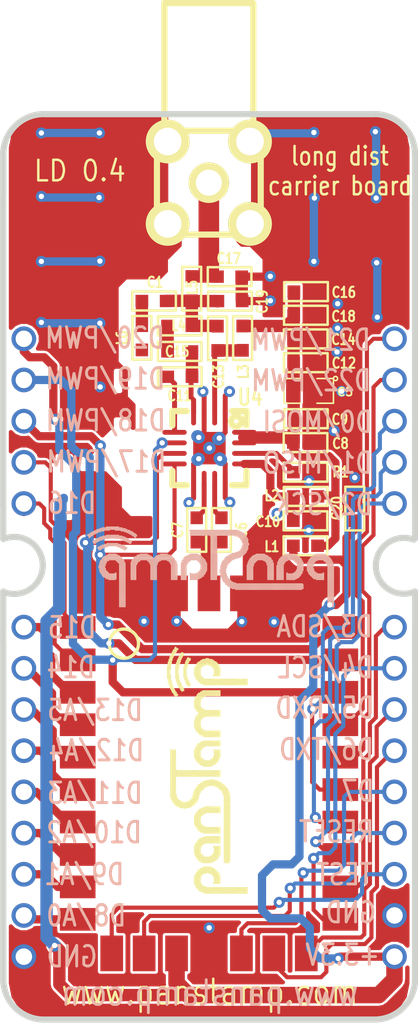
<source format=kicad_pcb>
(kicad_pcb (version 4) (host pcbnew 0.201507042246+5884~23~ubuntu14.04.1-product)
  (title_block (title "USB carrier board for panStamp, aka panStick") (date "25 Feb 2015") (rev 4.0) (company panStamp))
  (layers (0 Front signal) (1 Ground power) (2 Power power) (31 Back signal) (34 B.Paste user) (35 F.Paste user) (36 B.SilkS user) (37 F.SilkS user) (38 B.Mask user) (39 F.Mask user) (44 Edge.Cuts user))
  (net 0 "")
  (net 1 /RESET)
  (net 2 GND)
  (net 3 VCC)
  (net 4 "Net-(C12-Pad2)")
  (net 5 "Net-(C6-Pad2)")
  (net 6 "Net-(C6-Pad1)")
  (net 7 "Net-(C7-Pad1)")
  (net 8 "Net-(C10-Pad2)")
  (net 9 "Net-(C13-Pad2)")
  (net 10 "Net-(C15-Pad1)")
  (net 11 "Net-(ANT1-Pad1)")
  (net 12 "Net-(R1-Pad1)")
  (net 13 /D0)
  (net 14 /D1)
  (net 15 /D14)
  (net 16 /D15)
  (net 17 /D16)
  (net 18 /D17)
  (net 19 /D18)
  (net 20 /D2)
  (net 21 /D3)
  (net 22 /D4)
  (net 23 /TEST)
  (net 24 "Net-(C1-Pad1)")
  (net 25 /D13)
  (net 26 /D12)
  (net 27 /D11)
  (net 28 /D10)
  (net 29 /D9)
  (net 30 /D8)
  (net 31 /D19)
  (net 32 /D20)
  (net 33 /D21)
  (net 34 /D22)
  (net 35 /D7)
  (net 36 /LNA_A)
  (net 37 "Net-(L6-Pad2)")
  (net 38 /D5)
  (net 39 /D6)
  (net 40 "Net-(C11-Pad2)")
  (net 41 "Net-(C11-Pad1)")
  (net 42 "Net-(C13-Pad1)")
  (module SM0805 (layer Front) (at 203.4618 62.31296 180)
    (fp_text reference C5 (at -2.24028 -0.06604 180) (layer F.SilkS) (effects (font (size 0.50038 0.50038) (thickness 0.10922))))
    (fp_text value 22u hide)
    (pad 1 smd rect (at -0.9525 0 180) (size 0.889 1.397) (layers Front F.Paste F.Mask) (net 2 GND))
    (pad 2 smd rect (at 0.9525 0 180) (size 0.889 1.397) (layers Front F.Paste F.Mask) (net 4 "Net-(C12-Pad2)"))
  )
  (module SM0603S (layer Front) (at 198.077 70.888 270)
    (fp_text reference C6 (at 0.01016 -1.2446 270) (layer F.SilkS) (effects (font (size 0.635 0.508) (thickness 0.127))))
    (fp_text value 47p hide)
    (pad 2 smd rect (at 0.7493 0 270) (size 0.7874 0.762) (layers Front F.Paste F.Mask) (net 5 "Net-(C6-Pad2)"))
    (pad 1 smd rect (at -0.7493 0 270) (size 0.7874 0.762) (layers Front F.Paste F.Mask) (net 6 "Net-(C6-Pad1)"))
  )
  (module SM0603S (layer Front) (at 196.553 70.888 270)
    (fp_text reference C7 (at 0 1.1684 270) (layer F.SilkS) (effects (font (size 0.635 0.508) (thickness 0.127))))
    (fp_text value 47p hide)
    (pad 2 smd rect (at 0.7493 0 270) (size 0.7874 0.762) (layers Front F.Paste F.Mask) (net 5 "Net-(C6-Pad2)"))
    (pad 1 smd rect (at -0.7493 0 270) (size 0.7874 0.762) (layers Front F.Paste F.Mask) (net 7 "Net-(C7-Pad1)"))
  )
  (module SM0603S (layer Front) (at 203.26368 65.5032 180)
    (fp_text reference C8 (at -2.15392 -0.05588 180) (layer F.SilkS) (effects (font (size 0.635 0.508) (thickness 0.127))))
    (fp_text value 100n hide)
    (pad 2 smd rect (at 0.7493 0 180) (size 0.7874 0.762) (layers Front F.Paste F.Mask) (net 4 "Net-(C12-Pad2)"))
    (pad 1 smd rect (at -0.7493 0 180) (size 0.7874 0.762) (layers Front F.Paste F.Mask) (net 2 GND))
  )
  (module SM0603S (layer Front) (at 203.284 64.03 180)
    (fp_text reference C9 (at -2.09804 -0.04064 180) (layer F.SilkS) (effects (font (size 0.635 0.508) (thickness 0.127))))
    (fp_text value 12p hide)
    (pad 2 smd rect (at 0.7493 0 180) (size 0.7874 0.762) (layers Front F.Paste F.Mask) (net 4 "Net-(C12-Pad2)"))
    (pad 1 smd rect (at -0.7493 0 180) (size 0.7874 0.762) (layers Front F.Paste F.Mask) (net 2 GND))
  )
  (module SM0603S (layer Front) (at 203.2586 70.32412 180)
    (fp_text reference C10 (at 2.3114 -0.04572 180) (layer F.SilkS) (effects (font (size 0.635 0.508) (thickness 0.127))))
    (fp_text value 12p hide)
    (pad 2 smd rect (at 0.7493 0 180) (size 0.7874 0.762) (layers Front F.Paste F.Mask) (net 8 "Net-(C10-Pad2)"))
    (pad 1 smd rect (at -0.7493 0 180) (size 0.7874 0.762) (layers Front F.Paste F.Mask) (net 2 GND))
  )
  (module SM0603S (layer Front) (at 195.5116 61.44428 180)
    (fp_text reference C11 (at 0.0116 -1.16572 180) (layer F.SilkS) (effects (font (size 0.635 0.508) (thickness 0.127))))
    (fp_text value 12p hide)
    (pad 2 smd rect (at 0.7493 0 180) (size 0.7874 0.762) (layers Front F.Paste F.Mask) (net 40 "Net-(C11-Pad2)"))
    (pad 1 smd rect (at -0.7493 0 180) (size 0.7874 0.762) (layers Front F.Paste F.Mask) (net 41 "Net-(C11-Pad1)"))
  )
  (module SM0603S (layer Front) (at 203.27892 60.5756 180)
    (fp_text reference C12 (at -2.35204 -0.0254 180) (layer F.SilkS) (effects (font (size 0.635 0.508) (thickness 0.127))))
    (fp_text value 12p hide)
    (pad 2 smd rect (at 0.7493 0 180) (size 0.7874 0.762) (layers Front F.Paste F.Mask) (net 4 "Net-(C12-Pad2)"))
    (pad 1 smd rect (at -0.7493 0 180) (size 0.7874 0.762) (layers Front F.Paste F.Mask) (net 2 GND))
  )
  (module SM0603S (layer Front) (at 197.83824 59.07192 270)
    (fp_text reference C13 (at 2.35712 -0.06096 270) (layer F.SilkS) (effects (font (size 0.635 0.508) (thickness 0.127))))
    (fp_text value 47p hide)
    (pad 2 smd rect (at 0.7493 0 270) (size 0.7874 0.762) (layers Front F.Paste F.Mask) (net 9 "Net-(C13-Pad2)"))
    (pad 1 smd rect (at -0.7493 0 270) (size 0.7874 0.762) (layers Front F.Paste F.Mask) (net 42 "Net-(C13-Pad1)"))
  )
  (module SM0603S (layer Front) (at 203.27384 59.10748 180)
    (fp_text reference C14 (at -2.32664 -0.04064 180) (layer F.SilkS) (effects (font (size 0.635 0.508) (thickness 0.127))))
    (fp_text value 1n hide)
    (pad 2 smd rect (at 0.7493 0 180) (size 0.7874 0.762) (layers Front F.Paste F.Mask) (net 4 "Net-(C12-Pad2)"))
    (pad 1 smd rect (at -0.7493 0 180) (size 0.7874 0.762) (layers Front F.Paste F.Mask) (net 2 GND))
  )
  (module SM0603S (layer Front) (at 195.50652 59.87964)
    (fp_text reference C15 (at -0.15652 0.01036) (layer F.SilkS) (effects (font (size 0.635 0.508) (thickness 0.127))))
    (fp_text value 12p hide)
    (pad 2 smd rect (at 0.7493 0) (size 0.7874 0.762) (layers Front F.Paste F.Mask) (net 41 "Net-(C11-Pad1)"))
    (pad 1 smd rect (at -0.7493 0) (size 0.7874 0.762) (layers Front F.Paste F.Mask) (net 10 "Net-(C15-Pad1)"))
  )
  (module SM0603S (layer Front) (at 203.29416 56.19156 180)
    (fp_text reference C16 (at -2.33172 -0.04572 180) (layer F.SilkS) (effects (font (size 0.635 0.508) (thickness 0.127))))
    (fp_text value 1u hide)
    (pad 2 smd rect (at 0.7493 0 180) (size 0.7874 0.762) (layers Front F.Paste F.Mask) (net 4 "Net-(C12-Pad2)"))
    (pad 1 smd rect (at -0.7493 0 180) (size 0.7874 0.762) (layers Front F.Paste F.Mask) (net 2 GND))
  )
  (module SM0603S (layer Front) (at 198.58 55.27)
    (fp_text reference C17 (at -0.05 -1.12) (layer F.SilkS) (effects (font (size 0.635 0.508) (thickness 0.127))))
    (fp_text value NP hide)
    (pad 2 smd rect (at 0.7493 0) (size 0.7874 0.762) (layers Front F.Paste F.Mask) (net 2 GND))
    (pad 1 smd rect (at -0.7493 0) (size 0.7874 0.762) (layers Front F.Paste F.Mask) (net 11 "Net-(ANT1-Pad1)"))
  )
  (module SM0603S (layer Front) (at 203.284 57.64952 180)
    (fp_text reference C18 (at -2.32664 -0.07112 180) (layer F.SilkS) (effects (font (size 0.635 0.508) (thickness 0.127))))
    (fp_text value 100n hide)
    (pad 2 smd rect (at 0.7493 0 180) (size 0.7874 0.762) (layers Front F.Paste F.Mask) (net 4 "Net-(C12-Pad2)"))
    (pad 1 smd rect (at -0.7493 0 180) (size 0.7874 0.762) (layers Front F.Paste F.Mask) (net 2 GND))
  )
  (module SM0603S (layer Front) (at 198.60532 56.77576)
    (fp_text reference C19 (at 1.98468 0.03424 90) (layer F.SilkS) (effects (font (size 0.635 0.508) (thickness 0.127))))
    (fp_text value 3p hide)
    (pad 2 smd rect (at 0.7493 0) (size 0.7874 0.762) (layers Front F.Paste F.Mask) (net 2 GND))
    (pad 1 smd rect (at -0.7493 0) (size 0.7874 0.762) (layers Front F.Paste F.Mask) (net 42 "Net-(C13-Pad1)"))
  )
  (module SM0603S (layer Front) (at 203.2586 71.86336)
    (fp_text reference L1 (at -2.07264 0.05588) (layer F.SilkS) (effects (font (size 0.635 0.508) (thickness 0.127))))
    (fp_text value FB hide)
    (pad 2 smd rect (at 0.7493 0) (size 0.7874 0.762) (layers Front F.Paste F.Mask) (net 4 "Net-(C12-Pad2)"))
    (pad 1 smd rect (at -0.7493 0) (size 0.7874 0.762) (layers Front F.Paste F.Mask) (net 3 VCC))
  )
  (module SM0603S (layer Front) (at 203.27384 68.82044)
    (fp_text reference L2 (at -2.08384 -0.04044) (layer F.SilkS) (effects (font (size 0.635 0.508) (thickness 0.127))))
    (fp_text value 1.5n hide)
    (pad 2 smd rect (at 0.7493 0) (size 0.7874 0.762) (layers Front F.Paste F.Mask) (net 4 "Net-(C12-Pad2)"))
    (pad 1 smd rect (at -0.7493 0) (size 0.7874 0.762) (layers Front F.Paste F.Mask) (net 8 "Net-(C10-Pad2)"))
  )
  (module SM0603S (layer Front) (at 199.38256 59.06176 90)
    (fp_text reference L3 (at -2.06756 0.04572 90) (layer F.SilkS) (effects (font (size 0.635 0.508) (thickness 0.127))))
    (fp_text value 10n hide)
    (pad 2 smd rect (at 0.7493 0 90) (size 0.7874 0.762) (layers Front F.Paste F.Mask) (net 4 "Net-(C12-Pad2)"))
    (pad 1 smd rect (at -0.7493 0 90) (size 0.7874 0.762) (layers Front F.Paste F.Mask) (net 9 "Net-(C13-Pad2)"))
  )
  (module SM0603S (layer Front) (at 195.50652 58.30484)
    (fp_text reference L4 (at -0.06652 -0.02484) (layer F.SilkS) (effects (font (size 0.635 0.508) (thickness 0.127))))
    (fp_text value 7.5n hide)
    (pad 2 smd rect (at 0.7493 0) (size 0.7874 0.762) (layers Front F.Paste F.Mask) (net 42 "Net-(C13-Pad1)"))
    (pad 1 smd rect (at -0.7493 0) (size 0.7874 0.762) (layers Front F.Paste F.Mask) (net 10 "Net-(C15-Pad1)"))
  )
  (module SM0603S (layer Front) (at 196.24 56.01 270)
    (fp_text reference L5 (at -0.07636 -0.0356 270) (layer F.SilkS) (effects (font (size 0.635 0.508) (thickness 0.127))))
    (fp_text value 3.3n hide)
    (pad 2 smd rect (at 0.7493 0 270) (size 0.7874 0.762) (layers Front F.Paste F.Mask) (net 42 "Net-(C13-Pad1)"))
    (pad 1 smd rect (at -0.7493 0 270) (size 0.7874 0.762) (layers Front F.Paste F.Mask) (net 11 "Net-(ANT1-Pad1)"))
  )
  (module SM0603S (layer Front) (at 203.26368 67.32692)
    (fp_text reference R1 (at 2.16408 -0.01524) (layer F.SilkS) (effects (font (size 0.635 0.508) (thickness 0.127))))
    (fp_text value 3k3 hide)
    (pad 2 smd rect (at 0.7493 0) (size 0.7874 0.762) (layers Front F.Paste F.Mask) (net 2 GND))
    (pad 1 smd rect (at -0.7493 0) (size 0.7874 0.762) (layers Front F.Paste F.Mask) (net 12 "Net-(R1-Pad1)"))
  )
  (module SM0603S (layer Front) (at 206.3 69.57 270)
    (fp_text reference C20 (at -0.03 1.09 270) (layer F.SilkS) (effects (font (size 0.635 0.508) (thickness 0.127))))
    (fp_text value 100n hide)
    (pad 2 smd rect (at 0.7493 0 270) (size 0.7874 0.762) (layers Front F.Paste F.Mask) (net 3 VCC))
    (pad 1 smd rect (at -0.7493 0 270) (size 0.7874 0.762) (layers Front F.Paste F.Mask) (net 2 GND))
  )
  (module VQFN16 (layer Front) (at 197.33532 65.84356 270)
    (fp_text reference U4 (at -3.13356 -2.51468 540) (layer F.SilkS) (effects (font (size 1.016 0.762) (thickness 0.1524))))
    (fp_text value CC1190 hide)
    (pad 1 smd oval (at -2.14962 -0.975 270) (size 1.50076 0.3) (layers Front F.Paste F.Mask) (net 2 GND))
    (pad 2 smd oval (at -2.14962 -0.325 270) (size 1.50076 0.3) (layers Front F.Paste F.Mask) (net 9 "Net-(C13-Pad2)"))
    (pad 3 smd oval (at -2.14962 0.325 270) (size 1.50076 0.3) (layers Front F.Paste F.Mask) (net 2 GND))
    (pad 4 smd oval (at -2.14962 0.975 270) (size 1.50076 0.3) (layers Front F.Paste F.Mask) (net 41 "Net-(C11-Pad1)"))
    (pad 5 smd oval (at -0.975 2.14962) (size 1.50076 0.3) (layers Front F.Paste F.Mask) (net 40 "Net-(C11-Pad2)"))
    (pad 6 smd oval (at -0.325 2.14962) (size 1.50076 0.3) (layers Front F.Paste F.Mask) (net 32 /D20))
    (pad 7 smd oval (at 0.325 2.14962) (size 1.50076 0.3) (layers Front F.Paste F.Mask) (net 31 /D19))
    (pad 8 smd oval (at 0.975 2.14962) (size 1.50076 0.3) (layers Front F.Paste F.Mask) (net 19 /D18))
    (pad 9 smd oval (at 2.14962 0.975 270) (size 1.50076 0.3) (layers Front F.Paste F.Mask) (net 2 GND))
    (pad 10 smd oval (at 2.14962 0.325 270) (size 1.50076 0.3) (layers Front F.Paste F.Mask) (net 7 "Net-(C7-Pad1)"))
    (pad 11 smd oval (at 2.14962 -0.325 270) (size 1.50076 0.3) (layers Front F.Paste F.Mask) (net 6 "Net-(C6-Pad1)"))
    (pad 12 smd oval (at 2.14962 -0.975 270) (size 1.50076 0.3) (layers Front F.Paste F.Mask) (net 2 GND))
    (pad 13 smd oval (at 0.975 -2.14962) (size 1.50076 0.3) (layers Front F.Paste F.Mask) (net 8 "Net-(C10-Pad2)"))
    (pad 14 smd oval (at 0.325 -2.14962) (size 1.50076 0.3) (layers Front F.Paste F.Mask) (net 12 "Net-(R1-Pad1)"))
    (pad 15 smd oval (at -0.325 -2.14962) (size 1.50076 0.3) (layers Front F.Paste F.Mask) (net 4 "Net-(C12-Pad2)"))
    (pad 16 smd oval (at -0.975 -2.14962) (size 1.50076 0.3) (layers Front F.Paste F.Mask) (net 4 "Net-(C12-Pad2)"))
    (pad 17 smd rect (at 0 0) (size 2 2) (layers Front F.Paste F.Mask))
  )
  (module mysmd:PANSTAMP_2 (layer Front) (at 197.31 85.9)
    (fp_text reference PS1 hide)
    (fp_text value PANSTAMP_NRG2 hide)
    (pad 1 smd rect (at -8.1 -9) (size 2.2 1.4) (layers Front F.Paste F.Mask) (net 18 /D17))
    (pad 2 smd rect (at -8.1 -7) (size 2.2 1.4) (layers Front F.Paste F.Mask) (net 17 /D16))
    (pad 3 smd rect (at -8.1 -5) (size 2.2 1.4) (layers Front F.Paste F.Mask) (net 16 /D15))
    (pad 4 smd rect (at -8.1 -3) (size 2.2 1.4) (layers Front F.Paste F.Mask) (net 15 /D14))
    (pad 5 smd rect (at -8.1 -1) (size 2.2 1.4) (layers Front F.Paste F.Mask) (net 25 /D13))
    (pad 6 smd rect (at -8.1 1) (size 2.2 1.4) (layers Front F.Paste F.Mask) (net 26 /D12))
    (pad 7 smd rect (at -8.1 3) (size 2.2 1.4) (layers Front F.Paste F.Mask) (net 27 /D11))
    (pad 8 smd rect (at -8.1 5) (size 2.2 1.4) (layers Front F.Paste F.Mask) (net 28 /D10))
    (pad 9 smd rect (at -8.1 7) (size 2.2 1.4) (layers Front F.Paste F.Mask) (net 29 /D9))
    (pad 10 smd rect (at -8.1 9) (size 2.2 1.4) (layers Front F.Paste F.Mask) (net 30 /D8))
    (pad 11 smd rect (at -6 11.1 90) (size 2.2 1.4) (layers Front F.Paste F.Mask) (net 23 /TEST))
    (pad 12 smd rect (at -4 11.1 90) (size 2.2 1.4) (layers Front F.Paste F.Mask) (net 1 /RESET))
    (pad 13 smd rect (at -2 11.1 90) (size 2.2 1.4) (layers Front F.Paste F.Mask) (net 3 VCC))
    (pad 14 smd rect (at 0 11.1 90) (size 2.2 1.4) (layers Front F.Paste F.Mask) (net 2 GND))
    (pad 15 smd rect (at 2 11.1 90) (size 2.2 1.4) (layers Front F.Paste F.Mask) (net 35 /D7))
    (pad 16 smd rect (at 4 11.1 90) (size 2.2 1.4) (layers Front F.Paste F.Mask) (net 39 /D6))
    (pad 17 smd rect (at 6 11.1 90) (size 2.2 1.4) (layers Front F.Paste F.Mask) (net 38 /D5))
    (pad 18 smd rect (at 8.1 9) (size 2.2 1.4) (layers Front F.Paste F.Mask) (net 22 /D4))
    (pad 19 smd rect (at 8.1 7) (size 2.2 1.4) (layers Front F.Paste F.Mask) (net 21 /D3))
    (pad 20 smd rect (at 8.1 5) (size 2.2 1.4) (layers Front F.Paste F.Mask) (net 20 /D2))
    (pad 21 smd rect (at 8.1 3) (size 2.2 1.4) (layers Front F.Paste F.Mask) (net 14 /D1))
    (pad 22 smd rect (at 8.1 1) (size 2.2 1.4) (layers Front F.Paste F.Mask) (net 13 /D0))
    (pad 23 smd rect (at 8.1 -1) (size 2.2 1.4) (layers Front F.Paste F.Mask) (net 34 /D22))
    (pad 24 smd rect (at 8.1 -3) (size 2.2 1.4) (layers Front F.Paste F.Mask) (net 33 /D21))
    (pad 25 smd rect (at 8.1 -5) (size 2.2 1.4) (layers Front F.Paste F.Mask) (net 32 /D20))
    (pad 26 smd rect (at 8.1 -7) (size 2.2 1.4) (layers Front F.Paste F.Mask) (net 31 /D19))
    (pad 27 smd rect (at 8.1 -9) (size 2.2 1.4) (layers Front F.Paste F.Mask) (net 19 /D18))
    (pad 28 smd rect (at 6 -11.1 90) (size 2.2 1.4) (layers Front F.Paste F.Mask) (net 2 GND))
    (pad 29 smd rect (at 4 -11.1 90) (size 2.2 1.4) (layers Front F.Paste F.Mask) (net 2 GND))
    (pad 30 smd rect (at 2 -11.1 90) (size 2.2 1.4) (layers Front F.Paste F.Mask) (net 2 GND))
    (pad 31 smd rect (at 0 -11.1 90) (size 2.2 1.4) (layers Front F.Paste F.Mask) (net 5 "Net-(C6-Pad2)"))
    (pad 32 smd rect (at -2 -11.1 90) (size 2.2 1.4) (layers Front F.Paste F.Mask) (net 2 GND))
    (pad 33 smd rect (at -4 -11.1 90) (size 2.2 1.4) (layers Front F.Paste F.Mask) (net 2 GND))
    (pad 34 smd rect (at -6 -11.1 90) (size 2.2 1.4) (layers Front F.Paste F.Mask) (net 2 GND))
  )
  (module myconnectors:pin_array_1x14 (layer Front) (at 185.89 80.89 270)
    (fp_text reference P1 hide)
    (fp_text value CONN_01X14 hide)
    (pad 1 thru_hole circle (at -21.79 0 270) (size 1.524 1.524) (drill 1.016) (layers *.Cu *.Mask) (net 32 /D20))
    (pad 2 thru_hole circle (at -19.25 0 270) (size 1.524 1.524) (drill 1.016) (layers *.Cu *.Mask) (net 31 /D19))
    (pad 3 thru_hole circle (at -16.71 0 270) (size 1.524 1.524) (drill 1.016) (layers *.Cu *.Mask) (net 19 /D18))
    (pad 4 thru_hole circle (at -14.17 0 270) (size 1.524 1.524) (drill 1.016) (layers *.Cu *.Mask) (net 18 /D17))
    (pad 5 thru_hole circle (at -11.63 0 270) (size 1.524 1.524) (drill 1.016) (layers *.Cu *.Mask) (net 17 /D16))
    (pad 6 thru_hole circle (at -4.01 0 270) (size 1.524 1.524) (drill 1.016) (layers *.Cu *.Mask) (net 16 /D15))
    (pad 7 thru_hole circle (at -1.47 0 270) (size 1.524 1.524) (drill 1.016) (layers *.Cu *.Mask) (net 15 /D14))
    (pad 8 thru_hole circle (at 1.07 0 270) (size 1.524 1.524) (drill 1.016) (layers *.Cu *.Mask) (net 25 /D13))
    (pad 9 thru_hole circle (at 3.61 0 270) (size 1.524 1.524) (drill 1.016) (layers *.Cu *.Mask) (net 26 /D12))
    (pad 10 thru_hole circle (at 6.15 0 270) (size 1.524 1.524) (drill 1.016) (layers *.Cu *.Mask) (net 27 /D11))
    (pad 11 thru_hole circle (at 8.69 0 270) (size 1.524 1.524) (drill 1.016) (layers *.Cu *.Mask) (net 28 /D10))
    (pad 12 thru_hole circle (at 11.23 0 270) (size 1.524 1.524) (drill 1.016) (layers *.Cu *.Mask) (net 29 /D9))
    (pad 13 thru_hole circle (at 13.77 0 270) (size 1.524 1.524) (drill 1.016) (layers *.Cu *.Mask) (net 30 /D8))
    (pad 14 thru_hole circle (at 16.31 0 270) (size 1.524 1.524) (drill 1.016) (layers *.Cu *.Mask) (net 2 GND))
  )
  (module myconnectors:pin_array_1x14 (layer Front) (at 208.75 80.89 270)
    (fp_text reference P2 hide)
    (fp_text value CONN_01X14 hide)
    (pad 1 thru_hole circle (at -21.79 0 270) (size 1.524 1.524) (drill 1.016) (layers *.Cu *.Mask) (net 33 /D21))
    (pad 2 thru_hole circle (at -19.25 0 270) (size 1.524 1.524) (drill 1.016) (layers *.Cu *.Mask) (net 34 /D22))
    (pad 3 thru_hole circle (at -16.71 0 270) (size 1.524 1.524) (drill 1.016) (layers *.Cu *.Mask) (net 13 /D0))
    (pad 4 thru_hole circle (at -14.17 0 270) (size 1.524 1.524) (drill 1.016) (layers *.Cu *.Mask) (net 14 /D1))
    (pad 5 thru_hole circle (at -11.63 0 270) (size 1.524 1.524) (drill 1.016) (layers *.Cu *.Mask) (net 20 /D2))
    (pad 6 thru_hole circle (at -4.01 0 270) (size 1.524 1.524) (drill 1.016) (layers *.Cu *.Mask) (net 21 /D3))
    (pad 7 thru_hole circle (at -1.47 0 270) (size 1.524 1.524) (drill 1.016) (layers *.Cu *.Mask) (net 22 /D4))
    (pad 8 thru_hole circle (at 1.07 0 270) (size 1.524 1.524) (drill 1.016) (layers *.Cu *.Mask) (net 38 /D5))
    (pad 9 thru_hole circle (at 3.61 0 270) (size 1.524 1.524) (drill 1.016) (layers *.Cu *.Mask) (net 39 /D6))
    (pad 10 thru_hole circle (at 6.15 0 270) (size 1.524 1.524) (drill 1.016) (layers *.Cu *.Mask) (net 35 /D7))
    (pad 11 thru_hole circle (at 8.69 0 270) (size 1.524 1.524) (drill 1.016) (layers *.Cu *.Mask) (net 1 /RESET))
    (pad 12 thru_hole circle (at 11.23 0 270) (size 1.524 1.524) (drill 1.016) (layers *.Cu *.Mask) (net 23 /TEST))
    (pad 13 thru_hole circle (at 13.77 0 270) (size 1.524 1.524) (drill 1.016) (layers *.Cu *.Mask) (net 2 GND))
    (pad 14 thru_hole circle (at 16.31 0 270) (size 1.524 1.524) (drill 1.016) (layers *.Cu *.Mask) (net 3 VCC))
  )
  (module old_mymods:PANSTAMPLOGO (layer Front) (at 194.41 93.32 90)
    (fp_text reference G*** hide)
    (fp_text value PANSTAMPLOGO hide)
  )
  (module old_mymods:PANSTAMPLOGO (layer Back) (at 205.02 70.37 180)
    (fp_text reference G*** hide)
    (fp_text value PANSTAMPLOGO hide)
  )
  (module myconnectors:SMA_RightAngle_Tyco (layer Front) (at 197.3 49.475)
    (fp_text reference ANT1 hide)
    (fp_text value ANTENNA hide)
    (pad 1 thru_hole circle (at 0 0) (size 2.49936 2.49936) (drill 1.6002) (layers *.Cu *.Mask F.SilkS) (net 11 "Net-(ANT1-Pad1)"))
    (pad 2 thru_hole circle (at 2.54 -2.54) (size 2.70002 2.70002) (drill 1.69926) (layers *.Cu *.Mask F.SilkS) (net 2 GND))
    (pad 2 thru_hole circle (at -2.54 -2.54) (size 2.70002 2.70002) (drill 1.69926) (layers *.Cu *.Mask F.SilkS) (net 2 GND))
    (pad 2 thru_hole circle (at -2.54 2.54) (size 2.70002 2.70002) (drill 1.69926) (layers *.Cu *.Mask F.SilkS) (net 2 GND))
    (pad 2 thru_hole circle (at 2.54 2.54) (size 2.70002 2.70002) (drill 1.69926) (layers *.Cu *.Mask F.SilkS) (net 2 GND))
  )
  (module mysmd:SM0603S (layer Front) (at 193.92 56.77)
    (fp_text reference C1 (at 0.0635 -1.1557) (layer F.SilkS) (effects (font (size 0.635 0.508) (thickness 0.127))))
    (fp_text value 47p hide)
    (pad 2 smd rect (at 0.7493 0) (size 0.7874 0.762) (layers Front F.Paste F.Mask) (net 36 /LNA_A))
    (pad 1 smd rect (at -0.7493 0) (size 0.7874 0.762) (layers Front F.Paste F.Mask) (net 24 "Net-(C1-Pad1)"))
  )
  (module mysmd:SM0603S (layer Front) (at 193.17 59.04 270)
    (fp_text reference L6 (at 0 1.22 270) (layer F.SilkS) (effects (font (size 0.635 0.508) (thickness 0.127))))
    (fp_text value 6.8n hide)
    (pad 2 smd rect (at 0.7493 0 270) (size 0.7874 0.762) (layers Front F.Paste F.Mask) (net 37 "Net-(L6-Pad2)"))
    (pad 1 smd rect (at -0.7493 0 270) (size 0.7874 0.762) (layers Front F.Paste F.Mask) (net 24 "Net-(C1-Pad1)"))
  )
  (gr_arc (start 185.3 73.075) (end 184.625 71.45) (angle 225) (layer Edge.Cuts) (width 0.381))
  (gr_line (start 184.625 76.95) (end 184.625 74.675) (angle 90) (layer Edge.Cuts) (width 0.381))
  (gr_line (start 184.625 69.3) (end 184.625 71.45) (angle 90) (layer Edge.Cuts) (width 0.381))
  (gr_arc (start 209.325 73.1) (end 210.025 74.675) (angle 225) (layer Edge.Cuts) (width 0.381))
  (gr_line (start 210.025 77.075) (end 210.025 74.7) (angle 90) (layer Edge.Cuts) (width 0.381))
  (gr_line (start 210.025 71.425) (end 210 71.425) (angle 90) (layer Edge.Cuts) (width 0.381))
  (gr_line (start 210.025 69.3) (end 210.025 71.425) (angle 90) (layer Edge.Cuts) (width 0.381))
  (gr_line (start 184.625 77.85) (end 184.625 78) (angle 90) (layer Edge.Cuts) (width 0.381))
  (gr_line (start 184.625 98.6) (end 184.625 77.85) (angle 90) (layer Edge.Cuts) (width 0.381))
  (gr_line (start 210.025 47.725) (end 210.025 50.3) (angle 90) (layer Edge.Cuts) (width 0.381))
  (gr_line (start 184.625 47.725) (end 184.625 50.3) (angle 90) (layer Edge.Cuts) (width 0.381))
  (gr_text D2/SCK (at 204.36 69.32) (layer B.SilkS) (effects (font (size 1.27 1.016) (thickness 0.1778)) (justify mirror)))
  (gr_line (start 187.14 101.08) (end 207.52 101.08) (angle 90) (layer Edge.Cuts) (width 0.381))
  (gr_text D18/PWM (at 190.94 64.15) (layer B.SilkS) (effects (font (size 1.27 1.016) (thickness 0.1778)) (justify mirror)))
  (gr_line (start 184.62 77.35) (end 184.62 76.86) (angle 90) (layer Edge.Cuts) (width 0.381))
  (gr_line (start 184.62 69.3) (end 184.61 69.3) (angle 90) (layer Edge.Cuts) (width 0.381))
  (gr_line (start 184.62 68.78) (end 184.62 69.3) (angle 90) (layer Edge.Cuts) (width 0.381))
  (gr_line (start 210.02 68.85) (end 210.02 69.32) (angle 90) (layer Edge.Cuts) (width 0.381))
  (gr_line (start 210.02 77.38) (end 210.02 76.8) (angle 90) (layer Edge.Cuts) (width 0.381))
  (gr_line (start 210.02 57.94) (end 210.02 68.83) (angle 90) (layer Edge.Cuts) (width 0.381))
  (gr_line (start 210.02 77.79) (end 210.02 77.39) (angle 90) (layer Edge.Cuts) (width 0.381))
  (gr_line (start 184.62 68.81) (end 184.63 68.81) (angle 90) (layer Edge.Cuts) (width 0.381))
  (gr_line (start 184.62 57.96) (end 184.62 68.81) (angle 90) (layer Edge.Cuts) (width 0.381))
  (gr_line (start 184.62 77.84) (end 184.62 77.36) (angle 90) (layer Edge.Cuts) (width 0.381))
  (gr_line (start 210.02 98.5) (end 210.02 77.81) (angle 90) (layer Edge.Cuts) (width 0.381))
  (gr_text "LD 0.4" (at 189.34 48.75) (layer F.SilkS) (effects (font (size 1.27 1.143) (thickness 0.1524))))
  (gr_text "long dist\ncarrier board" (at 205.38 48.75) (layer F.SilkS) (effects (font (size 1.143 0.889) (thickness 0.1524))))
  (gr_line (start 210.02 50.3) (end 210.02 50.84) (angle 90) (layer Edge.Cuts) (width 0.381))
  (gr_line (start 184.62 50.3) (end 184.62 50.79) (angle 90) (layer Edge.Cuts) (width 0.381))
  (gr_text D10/A2 (at 190.22 89.55) (layer B.SilkS) (effects (font (size 1.27 1.016) (thickness 0.1778)) (justify mirror)))
  (gr_text D21/PWM (at 203.58 59.18) (layer B.SilkS) (effects (font (size 1.27 1.016) (thickness 0.1778)) (justify mirror)))
  (gr_line (start 184.62 57.94) (end 184.62 50.78) (angle 90) (layer Edge.Cuts) (width 0.381))
  (gr_line (start 210.02 50.8) (end 210.01 50.8) (angle 90) (layer Edge.Cuts) (width 0.381))
  (gr_line (start 210.02 57.94) (end 210.02 50.8) (angle 90) (layer Edge.Cuts) (width 0.381))
  (gr_text www.panstamp.com (at 197.36 99.39) (layer F.SilkS) (effects (font (size 1.524 1.27) (thickness 0.1524))))
  (gr_line (start 187.15 45.25) (end 207.51 45.25) (angle 90) (layer Edge.Cuts) (width 0.381))
  (gr_arc (start 207.53 47.735) (end 207.53 45.245) (angle 90) (layer Edge.Cuts) (width 0.381))
  (gr_arc (start 187.12 47.745) (end 184.62 47.745) (angle 90) (layer Edge.Cuts) (width 0.381))
  (gr_arc (start 207.52 98.58) (end 210.02 98.58) (angle 90) (layer Edge.Cuts) (width 0.381))
  (gr_arc (start 187.12 98.58) (end 187.12 101.08) (angle 90) (layer Edge.Cuts) (width 0.381))
  (gr_text GND (at 188.86 97.2) (layer B.SilkS) (effects (font (size 1.27 1.016) (thickness 0.1778)) (justify mirror)))
  (gr_text GND (at 206.06 94.48) (layer B.SilkS) (effects (font (size 1.27 1.016) (thickness 0.1778)) (justify mirror)))
  (gr_text D7 (at 206.49 87) (layer B.SilkS) (effects (font (size 1.27 1.016) (thickness 0.1778)) (justify mirror)))
  (gr_text D6/TXD (at 204.55 84.43) (layer B.SilkS) (effects (font (size 1.27 1.016) (thickness 0.1778)) (justify mirror)))
  (gr_text RESET (at 205.17 89.5) (layer B.SilkS) (effects (font (size 1.27 1.016) (thickness 0.1778)) (justify mirror)))
  (gr_text D5/RXD (at 204.44 81.87) (layer B.SilkS) (effects (font (size 1.27 1.016) (thickness 0.1778)) (justify mirror)))
  (gr_text D22/PWM (at 203.61 61.68) (layer B.SilkS) (effects (font (size 1.27 1.016) (thickness 0.1778)) (justify mirror)))
  (gr_text D3/SDA (at 204.44 76.85) (layer B.SilkS) (effects (font (size 1.27 1.016) (thickness 0.1778)) (justify mirror)))
  (gr_text D4/SCL (at 204.49 79.38) (layer B.SilkS) (effects (font (size 1.27 1.016) (thickness 0.1778)) (justify mirror)))
  (gr_text D1/MISO (at 204 66.76) (layer B.SilkS) (effects (font (size 1.27 1.016) (thickness 0.1778)) (justify mirror)))
  (gr_text D0/MOSI (at 204 64.24) (layer B.SilkS) (effects (font (size 1.27 1.016) (thickness 0.1778)) (justify mirror)))
  (gr_text D16 (at 188.86 69.24) (layer B.SilkS) (effects (font (size 1.27 1.016) (thickness 0.1778)) (justify mirror)))
  (gr_text D15 (at 188.86 76.91) (layer B.SilkS) (effects (font (size 1.27 1.016) (thickness 0.1778)) (justify mirror)))
  (gr_text D12/A4 (at 190.36 84.49) (layer B.SilkS) (effects (font (size 1.27 1.016) (thickness 0.1778)) (justify mirror)))
  (gr_text D13/A5 (at 190.28 82.01) (layer B.SilkS) (effects (font (size 1.27 1.016) (thickness 0.1778)) (justify mirror)))
  (gr_text D19/PWM (at 190.92 61.57) (layer B.SilkS) (effects (font (size 1.27 1.016) (thickness 0.1778)) (justify mirror)))
  (gr_text D14 (at 188.79 79.37) (layer B.SilkS) (effects (font (size 1.27 1.016) (thickness 0.1778)) (justify mirror)))
  (gr_text D17/PWM (at 190.98 66.69) (layer B.SilkS) (effects (font (size 1.27 1.016) (thickness 0.1778)) (justify mirror)))
  (gr_text D11/A3 (at 190.27 87.12) (layer B.SilkS) (effects (font (size 1.27 1.016) (thickness 0.1778)) (justify mirror)))
  (gr_text D8/A0 (at 189.74 94.68) (layer B.SilkS) (effects (font (size 1.27 1.016) (thickness 0.1778)) (justify mirror)))
  (gr_text D9/A1 (at 189.61 92.13) (layer B.SilkS) (effects (font (size 1.27 1.016) (thickness 0.1778)) (justify mirror)))
  (gr_text D20/PWM (at 190.89 59.05) (layer B.SilkS) (effects (font (size 1.27 1.016) (thickness 0.1778)) (justify mirror)))
  (gr_text TEST (at 205.65 92.14) (layer B.SilkS) (effects (font (size 1.27 1.016) (thickness 0.1778)) (justify mirror)))
  (gr_text +3.3V (at 205.55 97.1) (layer B.SilkS) (effects (font (size 1.27 1.016) (thickness 0.1778)) (justify mirror)))
  (gr_text www.panstamp.com (at 197.35 99.45) (layer B.SilkS) (effects (font (size 1.524 1.27) (thickness 0.1778)) (justify mirror)))
  (via (at 201.506 69.872) (size 0.6858) (layers Front Back) (net 0))
  (segment (start 193.31 97) (end 193.31 95.04) (width 0.254) (layer Front) (net 1))
  (segment (start 206.44 89.58) (end 208.75 89.58) (width 0.254) (layer Back) (net 1))
  (segment (start 206.14 89.88) (end 206.44 89.58) (width 0.254) (layer Back) (net 1))
  (segment (start 206.14 92.31) (end 206.14 89.88) (width 0.254) (layer Back) (net 1))
  (segment (start 205.76 92.69) (end 206.14 92.31) (width 0.254) (layer Back) (net 1))
  (segment (start 202.61 92.69) (end 205.76 92.69) (width 0.254) (layer Back) (net 1))
  (segment (start 202.32 92.98) (end 202.61 92.69) (width 0.254) (layer Back) (net 1))
  (via (at 202.32 92.98) (size 0.6858) (layers Front Back) (net 1))
  (segment (start 202.29 93.01) (end 202.32 92.98) (width 0.254) (layer Front) (net 1))
  (segment (start 202.29 94.4) (end 202.29 93.01) (width 0.254) (layer Front) (net 1))
  (segment (start 202 94.69) (end 202.29 94.4) (width 0.254) (layer Front) (net 1))
  (segment (start 193.66 94.69) (end 202 94.69) (width 0.254) (layer Front) (net 1))
  (segment (start 193.31 95.04) (end 193.66 94.69) (width 0.254) (layer Front) (net 1))
  (segment (start 199.87 46.43) (end 203.73 46.43) (width 0.508) (layer Back) (net 2))
  (via (at 207.69 57.77) (size 0.6858) (layers Front Back) (net 2))
  (segment (start 207.69 54.45) (end 207.69 57.77) (width 0.508) (layer Back) (net 2))
  (segment (start 207.65 54.41) (end 207.69 54.45) (width 0.508) (layer Back) (net 2))
  (via (at 207.65 54.41) (size 0.6858) (layers Front Back) (net 2))
  (segment (start 203.86 54.41) (end 207.65 54.41) (width 0.508) (layer Front) (net 2))
  (segment (start 203.78 54.33) (end 203.86 54.41) (width 0.508) (layer Front) (net 2))
  (via (at 203.78 54.33) (size 0.6858) (layers Front Back) (net 2))
  (segment (start 203.78 50.45) (end 203.78 54.33) (width 0.508) (layer Back) (net 2))
  (segment (start 203.81 50.42) (end 203.78 50.45) (width 0.508) (layer Back) (net 2))
  (via (at 203.81 50.42) (size 0.6858) (layers Front Back) (net 2))
  (segment (start 207.62 50.42) (end 203.81 50.42) (width 0.508) (layer Front) (net 2))
  (via (at 207.62 50.42) (size 0.6858) (layers Front Back) (net 2))
  (segment (start 207.62 46.38) (end 207.62 50.42) (width 0.508) (layer Back) (net 2))
  (segment (start 207.57 46.33) (end 207.62 46.38) (width 0.508) (layer Back) (net 2))
  (via (at 207.57 46.33) (size 0.6858) (layers Front Back) (net 2))
  (segment (start 203.83 46.33) (end 207.57 46.33) (width 0.508) (layer Front) (net 2))
  (segment (start 203.78 46.38) (end 203.83 46.33) (width 0.508) (layer Front) (net 2))
  (via (at 203.78 46.38) (size 0.6858) (layers Front Back) (net 2))
  (segment (start 203.73 46.43) (end 203.78 46.38) (width 0.508) (layer Back) (net 2))
  (segment (start 194.79 46.43) (end 190.57 46.43) (width 0.508) (layer Front) (net 2))
  (via (at 190.6 62.07) (size 0.6858) (layers Front Back) (net 2))
  (segment (start 190.6 58.16) (end 190.6 62.07) (width 0.508) (layer Front) (net 2))
  (segment (start 190.58 58.14) (end 190.6 58.16) (width 0.508) (layer Front) (net 2))
  (via (at 190.58 58.14) (size 0.6858) (layers Front Back) (net 2))
  (segment (start 187.02 58.14) (end 190.58 58.14) (width 0.508) (layer Back) (net 2))
  (segment (start 186.97 58.09) (end 187.02 58.14) (width 0.508) (layer Back) (net 2))
  (via (at 186.97 58.09) (size 0.6858) (layers Front Back) (net 2))
  (segment (start 186.97 54.33) (end 186.97 58.09) (width 0.508) (layer Front) (net 2))
  (via (at 186.97 54.33) (size 0.6858) (layers Front Back) (net 2))
  (segment (start 190.56 54.33) (end 186.97 54.33) (width 0.508) (layer Back) (net 2))
  (segment (start 190.58 54.31) (end 190.56 54.33) (width 0.508) (layer Back) (net 2))
  (via (at 190.58 54.31) (size 0.6858) (layers Front Back) (net 2))
  (segment (start 190.58 50.44) (end 190.58 54.31) (width 0.508) (layer Front) (net 2))
  (segment (start 190.53 50.39) (end 190.58 50.44) (width 0.508) (layer Front) (net 2))
  (via (at 190.53 50.39) (size 0.6858) (layers Front Back) (net 2))
  (segment (start 187.04 50.39) (end 190.53 50.39) (width 0.508) (layer Back) (net 2))
  (segment (start 186.97 50.32) (end 187.04 50.39) (width 0.508) (layer Back) (net 2))
  (via (at 186.97 50.32) (size 0.6858) (layers Front Back) (net 2))
  (segment (start 186.97 46.41) (end 186.97 50.32) (width 0.508) (layer Front) (net 2))
  (via (at 186.97 46.41) (size 0.6858) (layers Front Back) (net 2))
  (segment (start 190.55 46.41) (end 186.97 46.41) (width 0.508) (layer Back) (net 2))
  (via (at 190.55 46.41) (size 0.6858) (layers Front Back) (net 2))
  (segment (start 190.57 46.43) (end 190.55 46.41) (width 0.508) (layer Front) (net 2))
  (segment (start 206.3 68.8207) (end 206.3 67.66) (width 0.508) (layer Front) (net 2))
  (via (at 206.3 67.66) (size 0.6858) (layers Front Back) (net 2))
  (segment (start 199.3293 55.27) (end 201.07 55.27) (width 0.508) (layer Front) (net 2))
  (via (at 201.09 55.25) (size 0.6858) (layers Front Back) (net 2))
  (segment (start 201.07 55.27) (end 201.09 55.25) (width 0.508) (layer Front) (net 2))
  (segment (start 199.3293 55.27) (end 199.3293 56.75044) (width 0.762) (layer Front) (net 2))
  (segment (start 199.3293 56.75044) (end 199.35462 56.77576) (width 0.762) (layer Front) (net 2))
  (segment (start 201.31 74.8) (end 201.31 76.55) (width 0.508) (layer Front) (net 2))
  (via (at 201.32 76.56) (size 0.6858) (layers Front Back) (net 2))
  (segment (start 201.31 76.55) (end 201.32 76.56) (width 0.508) (layer Front) (net 2))
  (segment (start 199.31 74.8) (end 199.31 76.52) (width 0.508) (layer Front) (net 2))
  (via (at 199.33 76.54) (size 0.6858) (layers Front Back) (net 2))
  (segment (start 199.31 76.52) (end 199.33 76.54) (width 0.508) (layer Front) (net 2))
  (segment (start 195.31 74.8) (end 195.31 76.5) (width 0.508) (layer Front) (net 2))
  (via (at 195.32 76.51) (size 0.6858) (layers Front Back) (net 2))
  (segment (start 195.31 76.5) (end 195.32 76.51) (width 0.508) (layer Front) (net 2))
  (segment (start 193.31 74.8) (end 193.31 76.51) (width 0.508) (layer Front) (net 2))
  (via (at 193.3 76.52) (size 0.6858) (layers Front Back) (net 2))
  (segment (start 193.31 76.51) (end 193.3 76.52) (width 0.508) (layer Front) (net 2))
  (segment (start 197.31 97) (end 197.31 95.43) (width 0.762) (layer Front) (net 2))
  (via (at 197.32 95.42) (size 0.6858) (layers Front Back) (net 2))
  (segment (start 197.31 95.43) (end 197.32 95.42) (width 0.762) (layer Front) (net 2))
  (segment (start 198.04652 66.57) (end 198.04652 66.55984) (width 0.762) (layer Back) (net 2))
  (segment (start 197.97032 66.48364) (end 197.33532 65.84864) (width 0.762) (layer Front) (net 2))
  (via (at 197.97032 66.48364) (size 0.6858) (layers Front Back) (net 2))
  (segment (start 198.04652 66.55984) (end 197.97032 66.48364) (width 0.762) (layer Back) (net 2))
  (segment (start 197.33532 65.84864) (end 197.33532 65.84356) (width 0.762) (layer Front) (net 2))
  (segment (start 196.59872 66.55984) (end 196.61904 66.55984) (width 0.762) (layer Back) (net 2))
  (segment (start 196.68 66.49888) (end 197.33532 65.84356) (width 0.762) (layer Front) (net 2))
  (via (at 196.68 66.49888) (size 0.6858) (layers Front Back) (net 2))
  (segment (start 196.61904 66.55984) (end 196.68 66.49888) (width 0.762) (layer Back) (net 2))
  (segment (start 196.59364 65.11204) (end 196.60888 65.11204) (width 0.762) (layer Back) (net 2))
  (segment (start 196.68 65.18316) (end 197.33532 65.83848) (width 0.762) (layer Front) (net 2))
  (via (at 196.68 65.18316) (size 0.6858) (layers Front Back) (net 2))
  (segment (start 196.60888 65.11204) (end 196.68 65.18316) (width 0.762) (layer Back) (net 2))
  (segment (start 197.33532 65.83848) (end 197.33532 65.84356) (width 0.762) (layer Front) (net 2))
  (segment (start 197.87888 65.28984) (end 197.94492 65.2238) (width 0.762) (layer Back) (net 2))
  (segment (start 197.94492 65.2238) (end 197.33532 65.8334) (width 0.762) (layer Front) (net 2))
  (via (at 197.94492 65.2238) (size 0.6858) (layers Front Back) (net 2))
  (segment (start 197.33532 65.8334) (end 197.33532 65.84356) (width 0.762) (layer Front) (net 2))
  (via (at 197.33532 65.84356) (size 0.6858) (layers Front Back) (net 2))
  (segment (start 197.33532 65.84356) (end 197.33532 65.82832) (width 0.762) (layer Back) (net 2))
  (segment (start 198.31032 67.99318) (end 198.31032 66.81856) (width 0.3048) (layer Front) (net 2))
  (segment (start 198.31032 66.81856) (end 197.33532 65.84356) (width 0.3048) (layer Front) (net 2))
  (segment (start 196.36032 67.99318) (end 196.36032 66.81856) (width 0.3048) (layer Front) (net 2))
  (segment (start 196.36032 66.81856) (end 197.33532 65.84356) (width 0.3048) (layer Front) (net 2))
  (segment (start 198.31032 63.69394) (end 198.31032 64.86856) (width 0.3048) (layer Front) (net 2))
  (segment (start 198.31032 64.86856) (end 197.33532 65.84356) (width 0.3048) (layer Front) (net 2))
  (segment (start 197.01032 63.69394) (end 197.01032 65.51856) (width 0.3048) (layer Front) (net 2))
  (segment (start 197.01032 65.51856) (end 197.33532 65.84356) (width 0.3048) (layer Front) (net 2))
  (segment (start 204.0079 70.32412) (end 204.0079 70.35714) (width 0.762) (layer Front) (net 2))
  (segment (start 204.0079 70.35714) (end 203.4618 70.90324) (width 0.762) (layer Front) (net 2))
  (via (at 203.4618 70.90324) (size 0.6858) (layers Front Back) (net 2))
  (segment (start 204.04346 56.95356) (end 205.22964 56.95356) (width 0.762) (layer Front) (net 2))
  (via (at 205.24488 56.93832) (size 0.6858) (layers Front Back) (net 2))
  (segment (start 205.22964 56.95356) (end 205.24488 56.93832) (width 0.762) (layer Front) (net 2))
  (segment (start 204.0333 58.4166) (end 205.20932 58.4166) (width 0.762) (layer Front) (net 2))
  (via (at 205.2398 58.44708) (size 0.6858) (layers Front Back) (net 2))
  (segment (start 205.20932 58.4166) (end 205.2398 58.44708) (width 0.762) (layer Front) (net 2))
  (segment (start 204.02314 59.85932) (end 205.15344 59.85932) (width 0.762) (layer Front) (net 2))
  (via (at 205.20932 59.9152) (size 0.6858) (layers Front Back) (net 2))
  (segment (start 205.15344 59.85932) (end 205.20932 59.9152) (width 0.762) (layer Front) (net 2))
  (segment (start 204.4143 62.31296) (end 205.46332 62.31296) (width 0.762) (layer Front) (net 2))
  (via (at 205.48872 62.33836) (size 0.6858) (layers Front Back) (net 2))
  (segment (start 205.46332 62.31296) (end 205.48872 62.33836) (width 0.762) (layer Front) (net 2))
  (segment (start 204.0333 64.75136) (end 205.0112 64.75136) (width 0.762) (layer Front) (net 2))
  (via (at 205.03152 64.77168) (size 0.6858) (layers Front Back) (net 2))
  (segment (start 205.0112 64.75136) (end 205.03152 64.77168) (width 0.762) (layer Front) (net 2))
  (segment (start 204.01298 67.32692) (end 204.00536 67.32692) (width 0.762) (layer Front) (net 2))
  (segment (start 204.00536 67.32692) (end 203.47704 67.85524) (width 0.762) (layer Front) (net 2))
  (via (at 203.47704 67.85524) (size 0.6858) (layers Front Back) (net 2))
  (segment (start 199.35462 56.77576) (end 201.0742 56.77576) (width 0.508) (layer Front) (net 2))
  (via (at 201.09452 56.75544) (size 0.6858) (layers Front Back) (net 2))
  (segment (start 201.0742 56.77576) (end 201.09452 56.75544) (width 0.508) (layer Front) (net 2))
  (segment (start 196.36032 67.99318) (end 196.36032 68.92168) (width 0.3048) (layer Front) (net 2))
  (via (at 196.07548 69.20652) (size 0.6858) (layers Front Back) (net 2))
  (segment (start 196.36032 68.92168) (end 196.07548 69.20652) (width 0.3048) (layer Front) (net 2))
  (segment (start 198.31032 67.99318) (end 198.31032 68.89628) (width 0.3048) (layer Front) (net 2))
  (via (at 198.59516 69.18112) (size 0.6858) (layers Front Back) (net 2))
  (segment (start 198.31032 68.89628) (end 198.59516 69.18112) (width 0.3048) (layer Front) (net 2))
  (segment (start 197.01032 63.69394) (end 197.01032 62.42992) (width 0.3048) (layer Front) (net 2))
  (via (at 196.934 62.3536) (size 0.6858) (layers Front Back) (net 2))
  (segment (start 197.01032 62.42992) (end 196.934 62.3536) (width 0.3048) (layer Front) (net 2))
  (segment (start 198.31032 63.69394) (end 198.31032 62.61304) (width 0.3048) (layer Front) (net 2))
  (via (at 198.57484 62.34852) (size 0.6858) (layers Front Back) (net 2))
  (segment (start 198.31032 62.61304) (end 198.57484 62.34852) (width 0.3048) (layer Front) (net 2))
  (segment (start 198.31032 67.99318) (end 198.31032 68.72356) (width 0.3048) (layer Front) (net 2))
  (segment (start 204.0333 64.03) (end 204.0333 64.75136) (width 0.762) (layer Front) (net 2))
  (segment (start 204.0333 64.75136) (end 204.0333 65.48288) (width 0.762) (layer Front) (net 2))
  (segment (start 204.0333 65.48288) (end 204.01298 65.5032) (width 0.762) (layer Front) (net 2))
  (segment (start 204.0333 65.48288) (end 204.01298 65.5032) (width 0.762) (layer Front) (net 2))
  (segment (start 204.0333 64.03) (end 204.0333 62.69396) (width 0.762) (layer Front) (net 2))
  (segment (start 204.0333 62.69396) (end 204.4143 62.31296) (width 0.762) (layer Front) (net 2))
  (segment (start 204.02822 60.5756) (end 204.02822 61.92688) (width 0.762) (layer Front) (net 2))
  (segment (start 204.02822 61.92688) (end 204.4143 62.31296) (width 0.762) (layer Front) (net 2))
  (segment (start 204.02314 59.10748) (end 204.02314 59.85932) (width 0.762) (layer Front) (net 2))
  (segment (start 204.02314 59.85932) (end 204.02314 60.57052) (width 0.762) (layer Front) (net 2))
  (segment (start 204.02314 60.57052) (end 204.02822 60.5756) (width 0.762) (layer Front) (net 2))
  (segment (start 204.0333 57.64952) (end 204.0333 58.4166) (width 0.762) (layer Front) (net 2))
  (segment (start 204.0333 58.4166) (end 204.0333 59.09732) (width 0.762) (layer Front) (net 2))
  (segment (start 204.0333 59.09732) (end 204.02314 59.10748) (width 0.762) (layer Front) (net 2))
  (segment (start 204.04346 56.19156) (end 204.04346 56.95356) (width 0.762) (layer Front) (net 2))
  (segment (start 204.04346 56.95356) (end 204.04346 57.63936) (width 0.762) (layer Front) (net 2))
  (segment (start 204.04346 57.63936) (end 204.0333 57.64952) (width 0.762) (layer Front) (net 2))
  (segment (start 202.5093 71.86336) (end 202.5093 72.3993) (width 0.508) (layer Front) (net 3))
  (segment (start 205.45 72.72) (end 205.79 73.06) (width 0.508) (layer Front) (net 3))
  (segment (start 202.83 72.72) (end 205.45 72.72) (width 0.508) (layer Front) (net 3))
  (segment (start 202.5093 72.3993) (end 202.83 72.72) (width 0.508) (layer Front) (net 3))
  (segment (start 206.3 70.3193) (end 206.3 70.86) (width 0.508) (layer Front) (net 3))
  (segment (start 205.39 97.2) (end 208.75 97.2) (width 0.508) (layer Front) (net 3))
  (segment (start 205.28 97.31) (end 205.39 97.2) (width 0.508) (layer Front) (net 3))
  (via (at 205.28 97.31) (size 0.6858) (layers Front Back) (net 3))
  (segment (start 204.15 97.31) (end 205.28 97.31) (width 0.508) (layer Back) (net 3))
  (segment (start 203.53 96.69) (end 204.15 97.31) (width 0.508) (layer Back) (net 3))
  (segment (start 203.53 95.4) (end 203.53 96.69) (width 0.508) (layer Back) (net 3))
  (segment (start 202.97 94.84) (end 203.53 95.4) (width 0.508) (layer Back) (net 3))
  (segment (start 201.09 94.84) (end 202.97 94.84) (width 0.508) (layer Back) (net 3))
  (segment (start 200.58 94.33) (end 201.09 94.84) (width 0.508) (layer Back) (net 3))
  (segment (start 200.58 92.19) (end 200.58 94.33) (width 0.508) (layer Back) (net 3))
  (segment (start 201.26 91.51) (end 200.58 92.19) (width 0.508) (layer Back) (net 3))
  (segment (start 202.41 91.51) (end 201.26 91.51) (width 0.508) (layer Back) (net 3))
  (segment (start 202.89 91.03) (end 202.41 91.51) (width 0.508) (layer Back) (net 3))
  (segment (start 202.89 81.43) (end 202.89 91.03) (width 0.508) (layer Back) (net 3))
  (segment (start 203.74 80.58) (end 202.89 81.43) (width 0.508) (layer Back) (net 3))
  (segment (start 203.74 76.53) (end 203.74 80.58) (width 0.508) (layer Back) (net 3))
  (segment (start 204.76 75.51) (end 203.74 76.53) (width 0.508) (layer Back) (net 3))
  (via (at 204.76 75.51) (size 0.6858) (layers Front Back) (net 3))
  (segment (start 205.15 75.51) (end 204.76 75.51) (width 0.508) (layer Front) (net 3))
  (segment (start 205.79 74.87) (end 205.15 75.51) (width 0.508) (layer Front) (net 3))
  (segment (start 205.79 71.37) (end 205.79 73.06) (width 0.508) (layer Front) (net 3))
  (segment (start 205.79 73.06) (end 205.79 74.87) (width 0.508) (layer Front) (net 3))
  (segment (start 206.3 70.86) (end 205.79 71.37) (width 0.508) (layer Front) (net 3))
  (segment (start 188.15 69.23) (end 188.15 70.75) (width 0.762) (layer Back) (net 3))
  (segment (start 188.3507 69.0293) (end 188.15 69.23) (width 0.508) (layer Back) (net 3))
  (segment (start 188.3507 68.91) (end 188.3507 69.0293) (width 0.508) (layer Back) (net 3))
  (segment (start 188.75 99.57) (end 196.04 99.57) (width 0.762) (layer Front) (net 3))
  (segment (start 188.08 98.9) (end 188.75 99.57) (width 0.762) (layer Front) (net 3))
  (segment (start 188.08 96.8) (end 188.08 98.9) (width 0.762) (layer Front) (net 3))
  (segment (start 187.79 96.51) (end 188.08 96.8) (width 0.762) (layer Front) (net 3))
  (via (at 187.79 96.51) (size 0.6858) (layers Front Back) (net 3))
  (segment (start 187.29 96.01) (end 187.79 96.51) (width 0.762) (layer Back) (net 3))
  (segment (start 187.29 76.51) (end 187.29 96.01) (width 0.762) (layer Back) (net 3))
  (segment (start 188.07 75.73) (end 187.29 76.51) (width 0.762) (layer Back) (net 3))
  (segment (start 188.07 70.83) (end 188.07 75.73) (width 0.762) (layer Back) (net 3))
  (segment (start 188.15 70.75) (end 188.07 70.83) (width 0.762) (layer Back) (net 3))
  (segment (start 188.3507 68.91) (end 188.36 68.91) (width 0.508) (layer Back) (net 3))
  (segment (start 195.31 97) (end 195.31 98.84) (width 1.016) (layer Front) (net 3))
  (segment (start 195.31 98.84) (end 196.04 99.57) (width 1.016) (layer Front) (net 3))
  (segment (start 208.75 98.6) (end 208.75 97.2) (width 1.016) (layer Front) (net 3))
  (segment (start 196.04 99.57) (end 207.78 99.57) (width 1.016) (layer Front) (net 3))
  (segment (start 207.78 99.57) (end 208.75 98.6) (width 1.016) (layer Front) (net 3))
  (segment (start 205.10772 68.76456) (end 204.07902 68.76456) (width 0.508) (layer Front) (net 4))
  (segment (start 204.07902 68.76456) (end 204.02314 68.82044) (width 0.508) (layer Front) (net 4))
  (segment (start 205.10772 66.73256) (end 205.10772 68.76456) (width 0.508) (layer Front) (net 4))
  (segment (start 205.10772 68.76456) (end 205.10772 71.40108) (width 0.508) (layer Front) (net 4))
  (segment (start 204.7064 66.33124) (end 205.10772 66.73256) (width 0.508) (layer Front) (net 4))
  (segment (start 204.64544 71.86336) (end 204.0079 71.86336) (width 0.508) (layer Front) (net 4))
  (segment (start 205.10772 71.40108) (end 204.64544 71.86336) (width 0.508) (layer Front) (net 4))
  (segment (start 202.51438 65.5032) (end 202.51438 65.94262) (width 0.508) (layer Front) (net 4))
  (segment (start 202.93856 66.3668) (end 204.7064 66.3668) (width 0.508) (layer Front) (net 4))
  (segment (start 202.51438 65.94262) (end 202.93856 66.3668) (width 0.508) (layer Front) (net 4))
  (segment (start 202.51438 65.5032) (end 202.60836 65.5032) (width 0.254) (layer Front) (net 4))
  (segment (start 203.92916 68.82044) (end 204.02314 68.82044) (width 0.254) (layer Front) (net 4))
  (segment (start 199.38256 58.31246) (end 202.1029 58.31246) (width 0.762) (layer Front) (net 4))
  (segment (start 202.1029 58.31246) (end 202.5347 57.88066) (width 0.762) (layer Front) (net 4))
  (segment (start 202.5347 57.88066) (end 202.5347 57.64952) (width 0.762) (layer Front) (net 4))
  (segment (start 199.48494 65.18824) (end 202.19942 65.18824) (width 0.762) (layer Front) (net 4))
  (segment (start 202.19942 65.18824) (end 202.51438 65.5032) (width 0.762) (layer Front) (net 4))
  (segment (start 199.48494 65.51856) (end 199.48494 65.18824) (width 0.3048) (layer Front) (net 4))
  (segment (start 199.48494 65.18824) (end 199.48494 64.86856) (width 0.3048) (layer Front) (net 4))
  (segment (start 202.52962 60.5756) (end 202.52962 62.29264) (width 0.762) (layer Front) (net 4))
  (segment (start 202.52962 62.29264) (end 202.5093 62.31296) (width 0.762) (layer Front) (net 4))
  (segment (start 202.52454 59.10748) (end 202.52454 60.57052) (width 0.762) (layer Front) (net 4))
  (segment (start 202.52454 60.57052) (end 202.52962 60.5756) (width 0.762) (layer Front) (net 4))
  (segment (start 202.5347 57.64952) (end 202.5347 59.09732) (width 0.762) (layer Front) (net 4))
  (segment (start 202.5347 59.09732) (end 202.52454 59.10748) (width 0.762) (layer Front) (net 4))
  (segment (start 202.54486 56.19156) (end 202.54486 57.63936) (width 0.762) (layer Front) (net 4))
  (segment (start 202.54486 57.63936) (end 202.5347 57.64952) (width 0.762) (layer Front) (net 4))
  (segment (start 202.5347 64.03) (end 202.5347 62.33836) (width 0.762) (layer Front) (net 4))
  (segment (start 202.5347 62.33836) (end 202.5093 62.31296) (width 0.762) (layer Front) (net 4))
  (segment (start 202.5347 64.03) (end 202.5347 65.48288) (width 0.762) (layer Front) (net 4))
  (segment (start 202.5347 65.48288) (end 202.51438 65.5032) (width 0.762) (layer Front) (net 4))
  (segment (start 197.31 74.8) (end 197.31 71.6373) (width 1.016) (layer Front) (net 5))
  (segment (start 197.31 71.6373) (end 197.315 71.6373) (width 1.016) (layer Front) (net 5))
  (segment (start 196.553 71.6373) (end 197.315 71.6373) (width 0.762) (layer Front) (net 5))
  (segment (start 197.315 71.6373) (end 198.077 71.6373) (width 0.762) (layer Front) (net 5))
  (segment (start 197.66032 67.99318) (end 197.66032 69.72202) (width 0.3048) (layer Front) (net 6))
  (segment (start 197.66032 69.72202) (end 198.077 70.1387) (width 0.3048) (layer Front) (net 6))
  (segment (start 197.01032 67.99318) (end 197.01032 69.68138) (width 0.3048) (layer Front) (net 7))
  (segment (start 197.01032 69.68138) (end 196.553 70.1387) (width 0.3048) (layer Front) (net 7))
  (segment (start 202.5093 70.32412) (end 202.5093 68.83568) (width 0.762) (layer Front) (net 8))
  (segment (start 202.5093 68.83568) (end 202.52454 68.82044) (width 0.762) (layer Front) (net 8))
  (segment (start 199.48494 66.81856) (end 200.60648 66.81856) (width 0.508) (layer Front) (net 8))
  (segment (start 201.49584 68.82044) (end 202.52454 68.82044) (width 0.508) (layer Front) (net 8))
  (segment (start 201.09452 68.41912) (end 201.49584 68.82044) (width 0.508) (layer Front) (net 8))
  (segment (start 201.09452 67.3066) (end 201.09452 68.41912) (width 0.508) (layer Front) (net 8))
  (segment (start 200.60648 66.81856) (end 201.09452 67.3066) (width 0.508) (layer Front) (net 8))
  (segment (start 197.66032 63.69394) (end 197.66032 59.99914) (width 0.3048) (layer Front) (net 9))
  (segment (start 197.66032 59.99914) (end 197.83824 59.82122) (width 0.3048) (layer Front) (net 9))
  (segment (start 197.83824 59.82122) (end 199.3724 59.82122) (width 0.762) (layer Front) (net 9))
  (segment (start 199.3724 59.82122) (end 199.38256 59.81106) (width 0.762) (layer Front) (net 9))
  (segment (start 194.75722 58.30484) (end 194.75722 59.87964) (width 0.762) (layer Front) (net 10))
  (segment (start 197.3 53.525) (end 197.3 54.825) (width 0.762) (layer Front) (net 11))
  (segment (start 197.3 53.525) (end 197.3 54.825) (width 1.27) (layer Front) (net 11))
  (segment (start 197.3 49.475) (end 197.3 53.525) (width 1.27) (layer Front) (net 11))
  (segment (start 196.24 55.2607) (end 197.8214 55.2607) (width 0.762) (layer Front) (net 11))
  (segment (start 197.8214 55.2607) (end 197.8307 55.27) (width 0.762) (layer Front) (net 11))
  (segment (start 199.48494 66.16856) (end 201.46524 66.16856) (width 0.3048) (layer Front) (net 12))
  (segment (start 201.46524 66.16856) (end 202.51438 67.2177) (width 0.3048) (layer Front) (net 12))
  (segment (start 202.51438 67.2177) (end 202.51438 67.32692) (width 0.3048) (layer Front) (net 12))
  (segment (start 205.783598 68.89) (end 205.783598 68.526402) (width 0.254) (layer Back) (net 13))
  (segment (start 207.493598 66.273598) (end 207.47 66.25) (width 0.254) (layer Back) (net 13))
  (segment (start 207.493598 68.16) (end 207.493598 66.273598) (width 0.254) (layer Back) (net 13))
  (segment (start 207.273598 68.38) (end 207.493598 68.16) (width 0.254) (layer Back) (net 13))
  (segment (start 205.93 68.38) (end 207.273598 68.38) (width 0.254) (layer Back) (net 13))
  (segment (start 205.783598 68.526402) (end 205.93 68.38) (width 0.254) (layer Back) (net 13))
  (segment (start 205.41 86.9) (end 204.14 86.9) (width 0.254) (layer Front) (net 13))
  (segment (start 207.85 64.95) (end 208.62 64.18) (width 0.254) (layer Back) (net 13))
  (segment (start 207.47 66.25) (end 207.85 65.87) (width 0.254) (layer Back) (net 13))
  (segment (start 207.85 65.87) (end 207.85 64.95) (width 0.254) (layer Back) (net 13))
  (segment (start 205.783598 76.666402) (end 205.783598 68.89) (width 0.254) (layer Back) (net 13))
  (segment (start 205.53 76.92) (end 205.783598 76.666402) (width 0.254) (layer Back) (net 13))
  (segment (start 204.66 76.92) (end 205.53 76.92) (width 0.254) (layer Back) (net 13))
  (segment (start 204.33 77.25) (end 204.66 76.92) (width 0.254) (layer Back) (net 13))
  (segment (start 204.33 81.31) (end 204.33 77.25) (width 0.254) (layer Back) (net 13))
  (segment (start 203.71 81.93) (end 204.33 81.31) (width 0.254) (layer Back) (net 13))
  (via (at 203.71 81.93) (size 0.6858) (layers Front Back) (net 13))
  (segment (start 203.67 81.97) (end 203.71 81.93) (width 0.254) (layer Front) (net 13))
  (segment (start 203.67 86.43) (end 203.67 81.97) (width 0.254) (layer Front) (net 13))
  (segment (start 204.14 86.9) (end 203.67 86.43) (width 0.254) (layer Front) (net 13))
  (segment (start 208.62 64.18) (end 208.75 64.18) (width 0.254) (layer Back) (net 13))
  (segment (start 205.41 86.9) (end 206.22 86.9) (width 0.254) (layer Front) (net 13))
  (segment (start 206.19 69.14) (end 206.19 69.04) (width 0.254) (layer Back) (net 14))
  (segment (start 207.9 67.38) (end 208.56 66.72) (width 0.254) (layer Back) (net 14))
  (segment (start 207.9 68.55) (end 207.9 67.38) (width 0.254) (layer Back) (net 14))
  (segment (start 207.64 68.81) (end 207.9 68.55) (width 0.254) (layer Back) (net 14))
  (segment (start 206.42 68.81) (end 207.64 68.81) (width 0.254) (layer Back) (net 14))
  (segment (start 206.19 69.04) (end 206.42 68.81) (width 0.254) (layer Back) (net 14))
  (segment (start 208.56 66.72) (end 208.75 66.72) (width 0.254) (layer Back) (net 14))
  (segment (start 206.19 76.38) (end 206.19 77.17) (width 0.254) (layer Back) (net 14))
  (segment (start 206.19 77.17) (end 205.96 77.4) (width 0.254) (layer Back) (net 14))
  (segment (start 205.41 88.9) (end 204.15 88.9) (width 0.254) (layer Front) (net 14))
  (segment (start 205.056402 77.4) (end 205.96 77.4) (width 0.254) (layer Back) (net 14))
  (segment (start 204.78 77.676402) (end 205.056402 77.4) (width 0.254) (layer Back) (net 14))
  (segment (start 204.78 82.38) (end 204.78 77.676402) (width 0.254) (layer Back) (net 14))
  (segment (start 204.48 82.68) (end 204.78 82.38) (width 0.254) (layer Back) (net 14))
  (segment (start 204.16 82.68) (end 204.48 82.68) (width 0.254) (layer Back) (net 14))
  (segment (start 203.78 83.06) (end 204.16 82.68) (width 0.254) (layer Back) (net 14))
  (segment (start 203.78 88.53) (end 203.78 83.06) (width 0.254) (layer Back) (net 14))
  (segment (start 203.87 88.62) (end 203.78 88.53) (width 0.254) (layer Back) (net 14))
  (via (at 203.87 88.62) (size 0.6858) (layers Front Back) (net 14))
  (segment (start 204.15 88.9) (end 203.87 88.62) (width 0.254) (layer Front) (net 14))
  (segment (start 205.41 88.9) (end 205.97 88.9) (width 0.254) (layer Front) (net 14))
  (segment (start 206.19 76.38) (end 206.19 69.14) (width 0.254) (layer Back) (net 14))
  (segment (start 185.89 79.42) (end 186.1 79.42) (width 0.508) (layer Front) (net 15))
  (segment (start 186.1 79.42) (end 187.63 80.95) (width 0.508) (layer Front) (net 15))
  (segment (start 187.63 80.95) (end 187.63 82.07) (width 0.508) (layer Front) (net 15))
  (segment (start 187.63 82.07) (end 188.46 82.9) (width 0.508) (layer Front) (net 15))
  (segment (start 188.46 82.9) (end 189.21 82.9) (width 0.508) (layer Front) (net 15))
  (segment (start 188.76 82.9) (end 189.21 82.9) (width 0.254) (layer Front) (net 15))
  (segment (start 185.89 76.88) (end 186.896598 76.88) (width 0.508) (layer Front) (net 16))
  (segment (start 187.58 79.8) (end 188.68 80.9) (width 0.508) (layer Front) (net 16))
  (segment (start 187.58 78.67) (end 187.58 79.8) (width 0.508) (layer Front) (net 16))
  (segment (start 187.22 78.31) (end 187.58 78.67) (width 0.508) (layer Front) (net 16))
  (segment (start 187.22 77.203402) (end 187.22 78.31) (width 0.508) (layer Front) (net 16))
  (segment (start 186.896598 76.88) (end 187.22 77.203402) (width 0.508) (layer Front) (net 16))
  (segment (start 188.68 80.9) (end 189.21 80.9) (width 0.508) (layer Front) (net 16))
  (segment (start 188.73 80.9) (end 189.21 80.9) (width 0.254) (layer Front) (net 16))
  (segment (start 185.89 69.26) (end 186.843598 69.26) (width 0.254) (layer Front) (net 17))
  (segment (start 187.79 77.91) (end 188.78 78.9) (width 0.254) (layer Front) (net 17))
  (segment (start 187.79 75.99) (end 187.79 77.91) (width 0.254) (layer Front) (net 17))
  (segment (start 187.993598 75.786402) (end 187.79 75.99) (width 0.254) (layer Front) (net 17))
  (segment (start 187.993598 71.86) (end 187.993598 75.786402) (width 0.254) (layer Front) (net 17))
  (segment (start 187.52 71.386402) (end 187.993598 71.86) (width 0.254) (layer Front) (net 17))
  (segment (start 187.52 70.846402) (end 187.52 71.386402) (width 0.254) (layer Front) (net 17))
  (segment (start 187.143598 70.47) (end 187.52 70.846402) (width 0.254) (layer Front) (net 17))
  (segment (start 187.143598 69.56) (end 187.143598 70.47) (width 0.254) (layer Front) (net 17))
  (segment (start 186.843598 69.26) (end 187.143598 69.56) (width 0.254) (layer Front) (net 17))
  (segment (start 188.78 78.9) (end 189.21 78.9) (width 0.254) (layer Front) (net 17))
  (segment (start 185.89 69.26) (end 185.89 69.78395) (width 0.508) (layer Front) (net 17))
  (segment (start 188.71 78.9) (end 189.21 78.9) (width 0.508) (layer Front) (net 17))
  (segment (start 185.89 66.72) (end 187.21 66.72) (width 0.254) (layer Front) (net 18))
  (segment (start 188.4 76.09) (end 189.21 76.9) (width 0.254) (layer Front) (net 18))
  (segment (start 188.4 71.68) (end 188.4 76.09) (width 0.254) (layer Front) (net 18))
  (segment (start 187.93 71.21) (end 188.4 71.68) (width 0.254) (layer Front) (net 18))
  (segment (start 187.93 70.68) (end 187.93 71.21) (width 0.254) (layer Front) (net 18))
  (segment (start 187.55 70.3) (end 187.93 70.68) (width 0.254) (layer Front) (net 18))
  (segment (start 187.55 67.06) (end 187.55 70.3) (width 0.254) (layer Front) (net 18))
  (segment (start 187.21 66.72) (end 187.55 67.06) (width 0.254) (layer Front) (net 18))
  (segment (start 189.29 76.82) (end 189.21 76.9) (width 0.508) (layer Front) (net 18))
  (segment (start 191.1 76.72) (end 191.67 76.72) (width 0.508) (layer Front) (net 19))
  (segment (start 203.580402 78.239598) (end 204.92 76.9) (width 0.508) (layer Front) (net 19))
  (segment (start 193.189598 78.239598) (end 203.580402 78.239598) (width 0.508) (layer Front) (net 19))
  (segment (start 191.67 76.72) (end 193.189598 78.239598) (width 0.508) (layer Front) (net 19))
  (segment (start 204.92 76.9) (end 205.41 76.9) (width 0.508) (layer Front) (net 19))
  (via (at 190.6 72.42) (size 0.6858) (layers Front Back) (net 19))
  (segment (start 188.45 65.11) (end 190.03 65.11) (width 0.508) (layer Front) (net 19))
  (segment (start 190.6 76.22) (end 191.1 76.72) (width 0.508) (layer Back) (net 19))
  (segment (start 190.6 72.1) (end 190.6 72.42) (width 0.508) (layer Back) (net 19))
  (segment (start 190.6 72.42) (end 190.6 76.22) (width 0.508) (layer Back) (net 19))
  (segment (start 190.61 72.09) (end 190.6 72.1) (width 0.508) (layer Back) (net 19))
  (segment (start 190.61 69.83) (end 190.61 72.09) (width 0.508) (layer Back) (net 19))
  (segment (start 190.61 66.84) (end 190.61 69.83) (width 0.508) (layer Back) (net 19))
  (segment (start 190.61 65.69) (end 190.61 66.84) (width 0.508) (layer Back) (net 19))
  (via (at 190.61 65.69) (size 0.6858) (layers Front Back) (net 19))
  (segment (start 190.03 65.11) (end 190.61 65.69) (width 0.508) (layer Front) (net 19))
  (segment (start 195.1857 70.17) (end 195.1857 72.0643) (width 0.254) (layer Front) (net 19))
  (segment (start 194.83 72.42) (end 190.6 72.42) (width 0.254) (layer Front) (net 19))
  (segment (start 195.1857 72.0643) (end 194.83 72.42) (width 0.254) (layer Front) (net 19))
  (segment (start 195.1857 66.81856) (end 195.1857 70.17) (width 0.254) (layer Front) (net 19))
  (segment (start 185.89 64.18) (end 186.82 65.11) (width 0.508) (layer Front) (net 19))
  (segment (start 188.45 65.11) (end 186.82 65.11) (width 0.508) (layer Front) (net 19))
  (via (at 191.1 76.72) (size 0.6858) (layers Front Back) (net 19))
  (segment (start 206.596402 76.34) (end 206.596402 77.353598) (width 0.254) (layer Back) (net 20))
  (segment (start 203.89 90.11) (end 204.68 90.9) (width 0.254) (layer Front) (net 20))
  (via (at 203.89 90.11) (size 0.6858) (layers Front Back) (net 20))
  (segment (start 204.65 89.35) (end 203.89 90.11) (width 0.254) (layer Back) (net 20))
  (segment (start 204.65 83.16) (end 204.65 89.35) (width 0.254) (layer Back) (net 20))
  (segment (start 205.186402 82.623598) (end 204.65 83.16) (width 0.254) (layer Back) (net 20))
  (segment (start 205.186402 78.05) (end 205.186402 82.623598) (width 0.254) (layer Back) (net 20))
  (segment (start 205.43 77.806402) (end 205.186402 78.05) (width 0.254) (layer Back) (net 20))
  (segment (start 206.143598 77.806402) (end 205.43 77.806402) (width 0.254) (layer Back) (net 20))
  (segment (start 206.596402 77.353598) (end 206.143598 77.806402) (width 0.254) (layer Back) (net 20))
  (segment (start 204.68 90.9) (end 205.41 90.9) (width 0.254) (layer Front) (net 20))
  (segment (start 206.596402 74.68) (end 206.596402 69.623598) (width 0.254) (layer Back) (net 20))
  (segment (start 206.596402 69.623598) (end 206.96 69.26) (width 0.254) (layer Back) (net 20))
  (segment (start 206.96 69.26) (end 208.75 69.26) (width 0.254) (layer Back) (net 20))
  (segment (start 206.596402 74.68) (end 206.596402 76.34) (width 0.254) (layer Back) (net 20))
  (segment (start 205.41 90.9) (end 205.56 90.9) (width 0.254) (layer Front) (net 20))
  (segment (start 206.18 90.9) (end 205.41 90.9) (width 0.254) (layer Front) (net 20))
  (segment (start 206.83 86.83) (end 206.83 92.52) (width 0.254) (layer Front) (net 21))
  (segment (start 206.83 92.52) (end 206.45 92.9) (width 0.254) (layer Front) (net 21))
  (segment (start 206.45 92.9) (end 205.41 92.9) (width 0.254) (layer Front) (net 21))
  (segment (start 207.602804 77.437196) (end 208.16 76.88) (width 0.254) (layer Front) (net 21))
  (segment (start 207.602804 82.457196) (end 207.602804 77.437196) (width 0.254) (layer Front) (net 21))
  (segment (start 207.233772 82.826228) (end 207.602804 82.457196) (width 0.254) (layer Front) (net 21))
  (segment (start 207.233772 84.666228) (end 207.233772 82.826228) (width 0.254) (layer Front) (net 21))
  (segment (start 206.83 85.07) (end 207.233772 84.666228) (width 0.254) (layer Front) (net 21))
  (segment (start 206.83 86.83) (end 206.83 85.07) (width 0.254) (layer Front) (net 21))
  (segment (start 208.16 76.88) (end 208.75 76.88) (width 0.254) (layer Front) (net 21))
  (segment (start 205.41 94.9) (end 204.34 94.9) (width 0.254) (layer Front) (net 22))
  (segment (start 204.34 94.9) (end 203.76 94.32) (width 0.254) (layer Front) (net 22))
  (segment (start 206.07 79.42) (end 208.75 79.42) (width 0.254) (layer Back) (net 22))
  (segment (start 205.592804 79.897196) (end 206.07 79.42) (width 0.254) (layer Back) (net 22))
  (segment (start 205.592804 82.977196) (end 205.592804 79.897196) (width 0.254) (layer Back) (net 22))
  (segment (start 205.1 83.47) (end 205.592804 82.977196) (width 0.254) (layer Back) (net 22))
  (segment (start 205.1 90.46) (end 205.1 83.47) (width 0.254) (layer Back) (net 22))
  (segment (start 204.74 90.82) (end 205.1 90.46) (width 0.254) (layer Back) (net 22))
  (segment (start 204.08 90.82) (end 204.74 90.82) (width 0.254) (layer Back) (net 22))
  (segment (start 203.76 91.14) (end 204.08 90.82) (width 0.254) (layer Back) (net 22))
  (via (at 203.76 91.14) (size 0.6858) (layers Front Back) (net 22))
  (segment (start 203.76 94.32) (end 203.76 91.14) (width 0.254) (layer Front) (net 22))
  (segment (start 208.22 79.42) (end 208.75 79.42) (width 0.254) (layer Back) (net 22))
  (segment (start 205.41 94.9) (end 205.98 94.9) (width 0.254) (layer Front) (net 22))
  (segment (start 191.31 97) (end 191.31 94.61) (width 0.254) (layer Front) (net 23))
  (segment (start 207.06 92.12) (end 208.75 92.12) (width 0.254) (layer Back) (net 23))
  (segment (start 206.75 92.43) (end 207.06 92.12) (width 0.254) (layer Back) (net 23))
  (segment (start 206.75 93.29) (end 206.75 92.43) (width 0.254) (layer Back) (net 23))
  (segment (start 206.34 93.7) (end 206.75 93.29) (width 0.254) (layer Back) (net 23))
  (segment (start 201.79 93.7) (end 206.34 93.7) (width 0.254) (layer Back) (net 23))
  (segment (start 201.64 93.85) (end 201.79 93.7) (width 0.254) (layer Back) (net 23))
  (via (at 201.64 93.85) (size 0.6858) (layers Front Back) (net 23))
  (segment (start 201.31 94.18) (end 201.64 93.85) (width 0.254) (layer Front) (net 23))
  (segment (start 191.74 94.18) (end 201.31 94.18) (width 0.254) (layer Front) (net 23))
  (segment (start 191.31 94.61) (end 191.74 94.18) (width 0.254) (layer Front) (net 23))
  (segment (start 193.17 58.2907) (end 193.17 56.7707) (width 0.762) (layer Front) (net 24))
  (segment (start 193.17 56.7707) (end 193.1707 56.77) (width 0.762) (layer Front) (net 24))
  (segment (start 185.89 81.96) (end 186.38 81.96) (width 0.508) (layer Front) (net 25))
  (segment (start 186.38 81.96) (end 187.67 83.25) (width 0.508) (layer Front) (net 25))
  (segment (start 187.67 83.25) (end 187.67 84.08) (width 0.508) (layer Front) (net 25))
  (segment (start 187.67 84.08) (end 188.49 84.9) (width 0.508) (layer Front) (net 25))
  (segment (start 188.49 84.9) (end 189.21 84.9) (width 0.508) (layer Front) (net 25))
  (segment (start 188.77 84.9) (end 189.21 84.9) (width 0.254) (layer Front) (net 25))
  (segment (start 185.89 84.5) (end 186.94 84.5) (width 0.508) (layer Front) (net 26))
  (segment (start 187.62 85.92) (end 188.6 86.9) (width 0.508) (layer Front) (net 26))
  (segment (start 187.62 85.18) (end 187.62 85.92) (width 0.508) (layer Front) (net 26))
  (segment (start 186.94 84.5) (end 187.62 85.18) (width 0.508) (layer Front) (net 26))
  (segment (start 188.6 86.9) (end 189.21 86.9) (width 0.508) (layer Front) (net 26))
  (segment (start 185.89 87.04) (end 186.67 87.04) (width 0.508) (layer Front) (net 27))
  (segment (start 186.67 87.04) (end 188.53 88.9) (width 0.508) (layer Front) (net 27))
  (segment (start 188.53 88.9) (end 189.21 88.9) (width 0.508) (layer Front) (net 27))
  (segment (start 185.89 89.58) (end 186.93 89.58) (width 0.508) (layer Front) (net 28))
  (segment (start 186.93 89.58) (end 188.25 90.9) (width 0.508) (layer Front) (net 28))
  (segment (start 188.25 90.9) (end 189.21 90.9) (width 0.508) (layer Front) (net 28))
  (segment (start 185.89 92.12) (end 187.2 92.12) (width 0.508) (layer Front) (net 29))
  (segment (start 187.98 92.9) (end 189.21 92.9) (width 0.508) (layer Front) (net 29))
  (segment (start 187.2 92.12) (end 187.98 92.9) (width 0.508) (layer Front) (net 29))
  (segment (start 189.21 94.9) (end 186.13 94.9) (width 0.508) (layer Front) (net 30))
  (segment (start 186.13 94.9) (end 185.89 94.66) (width 0.508) (layer Front) (net 30))
  (segment (start 205.41 78.9) (end 192.77 78.9) (width 0.508) (layer Front) (net 31))
  (segment (start 192.77 78.9) (end 191.75 77.88) (width 0.508) (layer Front) (net 31))
  (segment (start 189.8 72.48) (end 189.8 71.78) (width 0.508) (layer Back) (net 31))
  (segment (start 189.69 71.68) (end 189.62 71.68) (width 0.508) (layer Front) (net 31))
  (segment (start 189.69 71.67) (end 189.69 71.68) (width 0.508) (layer Front) (net 31))
  (via (at 189.69 71.67) (size 0.6858) (layers Front Back) (net 31))
  (segment (start 189.8 71.78) (end 189.69 71.67) (width 0.508) (layer Back) (net 31))
  (segment (start 188.82 65.51) (end 188.82 65.73) (width 0.508) (layer Back) (net 31))
  (segment (start 189.8 77.04) (end 190.64 77.88) (width 0.508) (layer Back) (net 31))
  (segment (start 191.14 77.88) (end 191.75 77.88) (width 0.508) (layer Front) (net 31))
  (via (at 191.14 77.88) (size 0.6858) (layers Front Back) (net 31))
  (segment (start 190.64 77.88) (end 191.14 77.88) (width 0.508) (layer Back) (net 31))
  (segment (start 189.8 72.48) (end 189.8 77.04) (width 0.508) (layer Back) (net 31))
  (segment (start 189.8 72.12) (end 189.8 72.48) (width 0.508) (layer Back) (net 31))
  (segment (start 189.949598 71.970402) (end 189.8 72.12) (width 0.508) (layer Back) (net 31))
  (segment (start 189.949598 66.39) (end 189.949598 71.970402) (width 0.508) (layer Back) (net 31))
  (segment (start 189.689598 66.13) (end 189.949598 66.39) (width 0.508) (layer Back) (net 31))
  (segment (start 189.22 66.13) (end 189.689598 66.13) (width 0.508) (layer Back) (net 31))
  (segment (start 188.82 65.73) (end 189.22 66.13) (width 0.508) (layer Back) (net 31))
  (segment (start 195.1857 66.16856) (end 194.47144 66.16856) (width 0.254) (layer Front) (net 31))
  (segment (start 194.47144 66.16856) (end 194.1 66.54) (width 0.254) (layer Front) (net 31))
  (segment (start 193.77 71.68) (end 189.62 71.68) (width 0.254) (layer Front) (net 31))
  (segment (start 194.1 71.35) (end 193.77 71.68) (width 0.254) (layer Front) (net 31))
  (segment (start 194.1 66.54) (end 194.1 71.35) (width 0.254) (layer Front) (net 31))
  (segment (start 185.89 61.64) (end 188.19 61.64) (width 0.508) (layer Back) (net 31))
  (segment (start 188.82 62.27) (end 188.82 65.51) (width 0.508) (layer Back) (net 31))
  (segment (start 188.19 61.64) (end 188.82 62.27) (width 0.508) (layer Back) (net 31))
  (segment (start 204.32 78.9) (end 205.41 78.9) (width 0.508) (layer Front) (net 31))
  (segment (start 188.08 65.69) (end 188.08 65.95) (width 0.508) (layer Back) (net 32))
  (segment (start 190.17 78.9) (end 190.17 78.89) (width 0.508) (layer Back) (net 32))
  (segment (start 190.16 78.89) (end 190.17 78.9) (width 0.508) (layer Back) (net 32))
  (segment (start 189.9 78.89) (end 190.16 78.89) (width 0.508) (layer Back) (net 32))
  (segment (start 188.92 77.91) (end 189.9 78.89) (width 0.508) (layer Back) (net 32))
  (segment (start 188.92 71.19) (end 188.92 77.91) (width 0.508) (layer Back) (net 32))
  (segment (start 189.12 70.99) (end 188.92 71.19) (width 0.508) (layer Back) (net 32))
  (segment (start 189.12 66.99) (end 189.12 70.99) (width 0.508) (layer Back) (net 32))
  (segment (start 188.08 65.95) (end 189.12 66.99) (width 0.508) (layer Back) (net 32))
  (segment (start 195.1857 65.51856) (end 194.42144 65.51856) (width 0.254) (layer Front) (net 32))
  (segment (start 193.64 78.91) (end 191.37 78.91) (width 0.254) (layer Back) (net 32))
  (segment (start 193.98 78.57) (end 193.64 78.91) (width 0.254) (layer Back) (net 32))
  (segment (start 193.98 65.96) (end 193.98 78.57) (width 0.254) (layer Back) (net 32))
  (segment (start 194.42 65.52) (end 193.98 65.96) (width 0.254) (layer Back) (net 32))
  (via (at 194.42 65.52) (size 0.6858) (layers Front Back) (net 32))
  (segment (start 194.42144 65.51856) (end 194.42 65.52) (width 0.254) (layer Front) (net 32))
  (segment (start 205.41 80.9) (end 192 80.9) (width 0.508) (layer Front) (net 32))
  (segment (start 185.89 59.88) (end 185.89 59.1) (width 0.508) (layer Front) (net 32))
  (segment (start 186.25 60.24) (end 185.89 59.88) (width 0.508) (layer Front) (net 32))
  (segment (start 187.15 60.24) (end 186.25 60.24) (width 0.508) (layer Front) (net 32))
  (segment (start 187.71 60.8) (end 187.15 60.24) (width 0.508) (layer Front) (net 32))
  (segment (start 187.71 63.96) (end 187.71 60.8) (width 0.508) (layer Front) (net 32))
  (segment (start 187.82 64.07) (end 187.71 63.96) (width 0.508) (layer Front) (net 32))
  (via (at 187.82 64.07) (size 0.6858) (layers Front Back) (net 32))
  (segment (start 188.08 64.33) (end 187.82 64.07) (width 0.508) (layer Back) (net 32))
  (segment (start 188.08 65.69) (end 188.08 65.27) (width 0.508) (layer Back) (net 32))
  (segment (start 188.08 65.27) (end 188.08 64.33) (width 0.508) (layer Back) (net 32))
  (segment (start 191.35 78.89) (end 190.17 78.89) (width 0.508) (layer Back) (net 32))
  (segment (start 191.37 78.91) (end 191.35 78.89) (width 0.508) (layer Back) (net 32))
  (via (at 191.37 78.91) (size 0.6858) (layers Front Back) (net 32))
  (segment (start 191.37 80.27) (end 191.37 78.91) (width 0.508) (layer Front) (net 32))
  (segment (start 192 80.9) (end 191.37 80.27) (width 0.508) (layer Front) (net 32))
  (segment (start 206.79 75.38) (end 206.79 75.3) (width 0.254) (layer Front) (net 33))
  (segment (start 206.363598 71.696402) (end 206.68 71.38) (width 0.254) (layer Front) (net 33))
  (segment (start 206.363598 74.873598) (end 206.363598 71.696402) (width 0.254) (layer Front) (net 33))
  (segment (start 206.79 75.3) (end 206.363598 74.873598) (width 0.254) (layer Front) (net 33))
  (segment (start 206.79 76.07) (end 206.79 75.38) (width 0.254) (layer Front) (net 33))
  (segment (start 206.68 71.38) (end 206.79 71.27) (width 0.254) (layer Front) (net 33))
  (segment (start 205.41 82.9) (end 205.81 82.9) (width 0.254) (layer Front) (net 33))
  (segment (start 205.81 82.9) (end 206.79 81.92) (width 0.254) (layer Front) (net 33))
  (segment (start 206.79 81.92) (end 206.79 76.07) (width 0.254) (layer Front) (net 33))
  (segment (start 206.79 71.27) (end 207.05 71.01) (width 0.254) (layer Front) (net 33))
  (segment (start 207.05 71.01) (end 207.05 59.5) (width 0.254) (layer Front) (net 33))
  (segment (start 207.05 59.5) (end 207.45 59.1) (width 0.254) (layer Front) (net 33))
  (segment (start 207.45 59.1) (end 208.75 59.1) (width 0.254) (layer Front) (net 33))
  (segment (start 206.77 71.89) (end 206.77 74.643598) (width 0.254) (layer Front) (net 34))
  (segment (start 207.196402 75.07) (end 207.196402 75.11) (width 0.254) (layer Front) (net 34))
  (segment (start 206.77 74.643598) (end 207.196402 75.07) (width 0.254) (layer Front) (net 34))
  (segment (start 207.9 61.64) (end 208.75 61.64) (width 0.254) (layer Front) (net 34))
  (segment (start 207.456402 62.083598) (end 207.9 61.64) (width 0.254) (layer Front) (net 34))
  (segment (start 207.456402 71.203598) (end 207.456402 62.083598) (width 0.254) (layer Front) (net 34))
  (segment (start 206.77 71.89) (end 207.456402 71.203598) (width 0.254) (layer Front) (net 34))
  (segment (start 205.41 84.9) (end 206.33 84.9) (width 0.254) (layer Front) (net 34))
  (segment (start 206.33 84.9) (end 206.82737 84.40263) (width 0.254) (layer Front) (net 34))
  (segment (start 206.82737 84.40263) (end 206.82737 82.52263) (width 0.254) (layer Front) (net 34))
  (segment (start 206.82737 82.52263) (end 207.196402 82.153598) (width 0.254) (layer Front) (net 34))
  (segment (start 207.196402 82.153598) (end 207.196402 75.11) (width 0.254) (layer Front) (net 34))
  (segment (start 199.31 97) (end 199.31 95.52) (width 0.254) (layer Front) (net 35))
  (segment (start 205.95 87.04) (end 208.75 87.04) (width 0.254) (layer Back) (net 35))
  (segment (start 205.64 87.35) (end 205.95 87.04) (width 0.254) (layer Back) (net 35))
  (segment (start 205.64 91.55) (end 205.64 87.35) (width 0.254) (layer Back) (net 35))
  (segment (start 205.29 91.9) (end 205.64 91.55) (width 0.254) (layer Back) (net 35))
  (segment (start 203.25 91.9) (end 205.29 91.9) (width 0.254) (layer Back) (net 35))
  (segment (start 203.12 92.03) (end 203.25 91.9) (width 0.254) (layer Back) (net 35))
  (via (at 203.12 92.03) (size 0.6858) (layers Front Back) (net 35))
  (segment (start 203.01 92.14) (end 203.12 92.03) (width 0.254) (layer Front) (net 35))
  (segment (start 203.01 94.77) (end 203.01 92.14) (width 0.254) (layer Front) (net 35))
  (segment (start 202.64 95.14) (end 203.01 94.77) (width 0.254) (layer Front) (net 35))
  (segment (start 199.69 95.14) (end 202.64 95.14) (width 0.254) (layer Front) (net 35))
  (segment (start 199.31 95.52) (end 199.69 95.14) (width 0.254) (layer Front) (net 35))
  (segment (start 196.24 56.7593) (end 194.68 56.7593) (width 0.762) (layer Front) (net 36))
  (segment (start 194.68 56.7593) (end 194.6693 56.77) (width 0.762) (layer Front) (net 36))
  (segment (start 203.31 97) (end 203.33 97) (width 0.254) (layer Front) (net 38))
  (segment (start 203.33 97) (end 204.31 96.02) (width 0.254) (layer Front) (net 38))
  (segment (start 204.31 96.02) (end 206.69 96.02) (width 0.254) (layer Front) (net 38))
  (segment (start 206.69 96.02) (end 206.89 95.82) (width 0.254) (layer Front) (net 38))
  (segment (start 206.89 95.82) (end 206.89 93.06) (width 0.254) (layer Front) (net 38))
  (segment (start 206.89 93.06) (end 207.236402 92.713598) (width 0.254) (layer Front) (net 38))
  (segment (start 207.236402 92.713598) (end 207.236402 85.273598) (width 0.254) (layer Front) (net 38))
  (segment (start 207.236402 85.273598) (end 207.65 84.86) (width 0.254) (layer Front) (net 38))
  (segment (start 207.65 84.86) (end 207.65 83.02) (width 0.254) (layer Front) (net 38))
  (segment (start 207.65 83.02) (end 208.71 81.96) (width 0.254) (layer Front) (net 38))
  (segment (start 208.71 81.96) (end 208.75 81.96) (width 0.254) (layer Front) (net 38))
  (segment (start 201.31 97) (end 201.31 97.66) (width 0.254) (layer Front) (net 39))
  (segment (start 201.31 97.66) (end 202.12 98.47) (width 0.254) (layer Front) (net 39))
  (segment (start 202.12 98.47) (end 204.22 98.47) (width 0.254) (layer Front) (net 39))
  (segment (start 204.22 98.47) (end 204.55 98.14) (width 0.254) (layer Front) (net 39))
  (segment (start 204.55 98.14) (end 204.55 96.756402) (width 0.254) (layer Front) (net 39))
  (segment (start 204.55 96.756402) (end 204.88 96.426402) (width 0.254) (layer Front) (net 39))
  (segment (start 204.88 96.426402) (end 206.923598 96.426402) (width 0.254) (layer Front) (net 39))
  (segment (start 206.923598 96.426402) (end 207.33 96.02) (width 0.254) (layer Front) (net 39))
  (segment (start 207.33 96.02) (end 207.33 93.23) (width 0.254) (layer Front) (net 39))
  (segment (start 207.33 93.23) (end 207.67 92.89) (width 0.254) (layer Front) (net 39))
  (segment (start 207.67 92.89) (end 207.67 85.51) (width 0.254) (layer Front) (net 39))
  (segment (start 207.67 85.51) (end 208.68 84.5) (width 0.254) (layer Front) (net 39))
  (segment (start 208.68 84.5) (end 208.75 84.5) (width 0.254) (layer Front) (net 39))
  (segment (start 195.1857 64.86856) (end 195.1857 61.86768) (width 0.3048) (layer Front) (net 40))
  (segment (start 195.1857 61.86768) (end 194.7623 61.44428) (width 0.3048) (layer Front) (net 40))
  (segment (start 196.36032 63.69394) (end 196.36032 62.8772) (width 0.3048) (layer Front) (net 41))
  (segment (start 196.36032 62.8772) (end 196.20248 62.71936) (width 0.3048) (layer Front) (net 41))
  (segment (start 196.20248 62.71936) (end 196.20248 61.5027) (width 0.3048) (layer Front) (net 41))
  (segment (start 196.20248 61.5027) (end 196.2609 61.44428) (width 0.3048) (layer Front) (net 41))
  (segment (start 196.33456 61.51794) (end 196.2609 61.44428) (width 0.3048) (layer Front) (net 41))
  (segment (start 196.2609 61.44428) (end 196.2609 59.88472) (width 0.762) (layer Front) (net 41))
  (segment (start 196.2609 59.88472) (end 196.25582 59.87964) (width 0.762) (layer Front) (net 41))
  (segment (start 196.36032 61.5437) (end 196.2609 61.44428) (width 0.3048) (layer Front) (net 41))
  (segment (start 196.25582 58.30484) (end 196.25582 56.77512) (width 0.762) (layer Front) (net 42))
  (segment (start 196.25582 56.77512) (end 196.24 56.7593) (width 0.762) (layer Front) (net 42))
  (segment (start 196.24566 56.7656) (end 196.24566 58.29468) (width 0.762) (layer Front) (net 42))
  (segment (start 196.24566 58.29468) (end 196.25582 58.30484) (width 0.762) (layer Front) (net 42))
  (segment (start 197.85602 56.77576) (end 196.25582 56.77576) (width 0.762) (layer Front) (net 42))
  (segment (start 196.25582 56.77576) (end 196.24566 56.7656) (width 0.762) (layer Front) (net 42))
  (segment (start 197.83824 56.79354) (end 197.85602 56.77576) (width 0.762) (layer Front) (net 42))
  (segment (start 196.25582 58.30484) (end 197.82046 58.30484) (width 0.762) (layer Front) (net 42))
  (segment (start 197.82046 58.30484) (end 197.83824 58.32262) (width 0.762) (layer Front) (net 42))
  (zone (net 2) (net_name GND) (layer Front) (connect_pads yes (clearance 0.1524)) (min_thickness 0.254) (fill yes (arc_segments 16) (thermal_gap 0.508) (thermal_bridge_width 0.508))
    (polygon (pts (xy 184.63 44.78) (xy 194.8 44.78) (xy 194.8 51.55) (xy 195.63 52.38) (xy 195.63 53.39) (xy 194.78 54.24) (xy 194.78 54.98) (xy 194.32 55.44) (xy 192.61 55.44) (xy 192.24 55.44) (xy 191.74 55.94) (xy 191.74 60.5) (xy 192.31 61.07) (xy 192.31 62.66) (xy 192.69 63.04) (xy 192.78 63.13) (xy 192.78 64.72) (xy 191.26 64.72) (xy 190.8 65.18) (xy 190.8 67.11) (xy 191.64 67.95) (xy 191.94 68.25) (xy 191.94 69.49) (xy 192.48 70.03) (xy 193.85 70.03) (xy 195.19 71.37) (xy 195.19 75.89) (xy 196.27 76.97) (xy 198.47 76.97) (xy 199.15 76.29) (xy 199.15 74.02) (xy 199.39 73.78) (xy 199.39 71.26) (xy 200.61 70.04) (xy 200.61 54.21) (xy 199.83 53.43) (xy 199.29 53.43) (xy 199 53.14) (xy 199 52.54) (xy 199.9 51.64) (xy 199.9 44.78) (xy 210.06 44.78) (xy 210.06 101.37) (xy 184.63 101.37) (xy 184.63 101.36)))
  )
)
</source>
